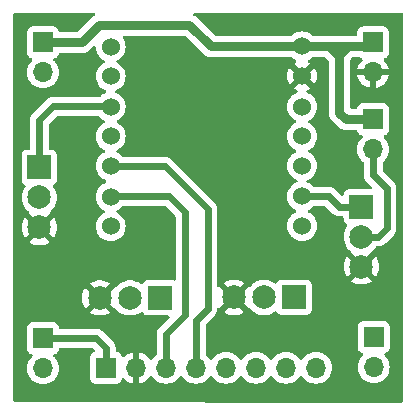
<source format=gbr>
%TF.GenerationSoftware,KiCad,Pcbnew,7.0.10-7.0.10~ubuntu22.04.1*%
%TF.CreationDate,2024-04-18T16:44:08+05:30*%
%TF.ProjectId,EspXiao-FC,45737058-6961-46f2-9d46-432e6b696361,rev?*%
%TF.SameCoordinates,Original*%
%TF.FileFunction,Copper,L1,Top*%
%TF.FilePolarity,Positive*%
%FSLAX46Y46*%
G04 Gerber Fmt 4.6, Leading zero omitted, Abs format (unit mm)*
G04 Created by KiCad (PCBNEW 7.0.10-7.0.10~ubuntu22.04.1) date 2024-04-18 16:44:08*
%MOMM*%
%LPD*%
G01*
G04 APERTURE LIST*
%TA.AperFunction,ComponentPad*%
%ADD10R,1.700000X1.700000*%
%TD*%
%TA.AperFunction,ComponentPad*%
%ADD11O,1.700000X1.700000*%
%TD*%
%TA.AperFunction,ComponentPad*%
%ADD12R,1.995000X1.995000*%
%TD*%
%TA.AperFunction,ComponentPad*%
%ADD13C,1.995000*%
%TD*%
%TA.AperFunction,ComponentPad*%
%ADD14C,1.524000*%
%TD*%
%TA.AperFunction,Conductor*%
%ADD15C,0.600000*%
%TD*%
%TA.AperFunction,Conductor*%
%ADD16C,0.800000*%
%TD*%
G04 APERTURE END LIST*
D10*
%TO.P,J3,1,Pin_1*%
%TO.N,VCC*%
X131750000Y-72610000D03*
D11*
%TO.P,J3,2,Pin_2*%
%TO.N,MotorB*%
X131750000Y-75150000D03*
%TD*%
D10*
%TO.P,J2,1,Pin_1*%
%TO.N,VCC*%
X159750000Y-97560000D03*
D11*
%TO.P,J2,2,Pin_2*%
%TO.N,MotorA*%
X159750000Y-100100000D03*
%TD*%
D12*
%TO.P,Q2,1*%
%TO.N,MOTOR_B_PWM*%
X153000000Y-94200000D03*
D13*
%TO.P,Q2,2*%
%TO.N,MotorB*%
X150460000Y-94200000D03*
%TO.P,Q2,3*%
%TO.N,GNDREF*%
X147920000Y-94200000D03*
%TD*%
D10*
%TO.P,J6,1,Pin_1*%
%TO.N,VCC*%
X159700000Y-72610000D03*
D11*
%TO.P,J6,2,Pin_2*%
%TO.N,GNDREF*%
X159700000Y-75150000D03*
%TD*%
D12*
%TO.P,Q3,1*%
%TO.N,MOTOR_C_PWM*%
X131450000Y-83200000D03*
D13*
%TO.P,Q3,2*%
%TO.N,MotorC*%
X131450000Y-85740000D03*
%TO.P,Q3,3*%
%TO.N,GNDREF*%
X131450000Y-88280000D03*
%TD*%
D10*
%TO.P,J4,1,Pin_1*%
%TO.N,VCC*%
X131750000Y-97660000D03*
D11*
%TO.P,J4,2,Pin_2*%
%TO.N,MotorC*%
X131750000Y-100200000D03*
%TD*%
D14*
%TO.P,U1,1,PA02_A0_D0*%
%TO.N,MOTOR_A_PWM*%
X137484000Y-72969250D03*
%TO.P,U1,2,PA4_A1_D1*%
%TO.N,unconnected-(U1-PA4_A1_D1-Pad2)*%
X137484000Y-75469250D03*
%TO.P,U1,3,PA10_A2_D2*%
%TO.N,MOTOR_C_PWM*%
X137484000Y-78069250D03*
%TO.P,U1,4,PA11_A3_D3*%
%TO.N,unconnected-(U1-PA11_A3_D3-Pad4)*%
X137484000Y-80569250D03*
%TO.P,U1,5,PA8_A4_D4_SDA*%
%TO.N,SDA*%
X137484000Y-83069250D03*
%TO.P,U1,6,PA9_A5_D5_SCL*%
%TO.N,SCL*%
X137484000Y-85669250D03*
%TO.P,U1,7,PB08_A6_TX*%
%TO.N,unconnected-(U1-PB08_A6_TX-Pad7)*%
X137484000Y-88169250D03*
%TO.P,U1,8,PB09_D7_RX*%
%TO.N,MOTOR_B_PWM*%
X153684000Y-88149250D03*
%TO.P,U1,9,PA7_A8_D8_SCK*%
%TO.N,MOTOR_D_PWM*%
X153684000Y-85649250D03*
%TO.P,U1,10,PA5_A9_D9_MISO*%
%TO.N,unconnected-(U1-PA5_A9_D9_MISO-Pad10)*%
X153684000Y-83049250D03*
%TO.P,U1,11,PA6_A10_D10_MOSI*%
%TO.N,unconnected-(U1-PA6_A10_D10_MOSI-Pad11)*%
X153684000Y-80549250D03*
%TO.P,U1,12,3V3*%
%TO.N,unconnected-(U1-3V3-Pad12)*%
X153684000Y-78049250D03*
%TO.P,U1,13,GND*%
%TO.N,GNDREF*%
X153684000Y-75449250D03*
%TO.P,U1,14,5V*%
%TO.N,VCC*%
X153684000Y-72949250D03*
%TD*%
D12*
%TO.P,Q4,1*%
%TO.N,MOTOR_D_PWM*%
X158700000Y-86520000D03*
D13*
%TO.P,Q4,2*%
%TO.N,MotorD*%
X158700000Y-89060000D03*
%TO.P,Q4,3*%
%TO.N,GNDREF*%
X158700000Y-91600000D03*
%TD*%
D10*
%TO.P,J5,1,Pin_1*%
%TO.N,VCC*%
X159700000Y-79125000D03*
D11*
%TO.P,J5,2,Pin_2*%
%TO.N,MotorD*%
X159700000Y-81665000D03*
%TD*%
D12*
%TO.P,Q1,1*%
%TO.N,MOTOR_A_PWM*%
X141652500Y-94230000D03*
D13*
%TO.P,Q1,2*%
%TO.N,MotorA*%
X139112500Y-94230000D03*
%TO.P,Q1,3*%
%TO.N,GNDREF*%
X136572500Y-94230000D03*
%TD*%
D10*
%TO.P,J1,1,Pin_1*%
%TO.N,VCC*%
X137090000Y-100150000D03*
D11*
%TO.P,J1,2,Pin_2*%
%TO.N,GNDREF*%
X139630000Y-100150000D03*
%TO.P,J1,3,Pin_3*%
%TO.N,SCL*%
X142170000Y-100150000D03*
%TO.P,J1,4,Pin_4*%
%TO.N,SDA*%
X144710000Y-100150000D03*
%TO.P,J1,5,Pin_5*%
%TO.N,unconnected-(J1-Pin_5-Pad5)*%
X147250000Y-100150000D03*
%TO.P,J1,6,Pin_6*%
%TO.N,unconnected-(J1-Pin_6-Pad6)*%
X149790000Y-100150000D03*
%TO.P,J1,7,Pin_7*%
%TO.N,unconnected-(J1-Pin_7-Pad7)*%
X152330000Y-100150000D03*
%TO.P,J1,8,Pin_8*%
%TO.N,unconnected-(J1-Pin_8-Pad8)*%
X154870000Y-100150000D03*
%TD*%
D15*
%TO.N,SCL*%
X143800000Y-87000000D02*
X142449250Y-85649250D01*
X142170000Y-100150000D02*
X142170000Y-97328630D01*
X142170000Y-97328630D02*
X143800000Y-95698630D01*
X142449250Y-85649250D02*
X137519000Y-85649250D01*
X143800000Y-95698630D02*
X143800000Y-87000000D01*
%TO.N,SDA*%
X144710000Y-100150000D02*
X144710000Y-96140000D01*
X145700000Y-95150000D02*
X145700000Y-86750000D01*
X144710000Y-96140000D02*
X145700000Y-95150000D01*
X142059250Y-83109250D02*
X137519000Y-83109250D01*
X145700000Y-86750000D02*
X142059250Y-83109250D01*
%TO.N,MOTOR_C_PWM*%
X131450000Y-79200000D02*
X131450000Y-83200000D01*
X137519000Y-78029250D02*
X132620750Y-78029250D01*
X132620750Y-78029250D02*
X131450000Y-79200000D01*
%TO.N,MOTOR_D_PWM*%
X156820000Y-86520000D02*
X155949250Y-85649250D01*
X155949250Y-85649250D02*
X153684000Y-85649250D01*
X158700000Y-86520000D02*
X156820000Y-86520000D01*
D16*
%TO.N,VCC*%
X159360750Y-72949250D02*
X159700000Y-72610000D01*
X153684000Y-72949250D02*
X156000000Y-72949250D01*
X157600000Y-72949250D02*
X159360750Y-72949250D01*
X156000000Y-72949250D02*
X156850000Y-72949250D01*
X156850000Y-73799250D02*
X156000000Y-72949250D01*
X145949250Y-72949250D02*
X144150000Y-71150000D01*
X156850000Y-73800000D02*
X156850000Y-73699250D01*
X156850000Y-72949250D02*
X157600000Y-72949250D01*
X135040000Y-72610000D02*
X131750000Y-72610000D01*
X144150000Y-71150000D02*
X136500000Y-71150000D01*
D15*
X137090000Y-98490000D02*
X136260000Y-97660000D01*
D16*
X156850000Y-78550000D02*
X157425000Y-79125000D01*
D15*
X136260000Y-97660000D02*
X131750000Y-97660000D01*
D16*
X156850000Y-72949250D02*
X156850000Y-73800000D01*
X153684000Y-72949250D02*
X145949250Y-72949250D01*
X156850000Y-73800000D02*
X156850000Y-78550000D01*
X157425000Y-79125000D02*
X159700000Y-79125000D01*
X136500000Y-71150000D02*
X135040000Y-72610000D01*
X156850000Y-73699250D02*
X157600000Y-72949250D01*
X156850000Y-73800000D02*
X156850000Y-73799250D01*
D15*
X137090000Y-100150000D02*
X137090000Y-98490000D01*
%TO.N,MotorD*%
X160850000Y-84950000D02*
X159700000Y-83800000D01*
X160140000Y-89060000D02*
X160850000Y-88350000D01*
X158700000Y-89060000D02*
X160140000Y-89060000D01*
X159700000Y-83800000D02*
X159700000Y-81665000D01*
X160850000Y-88350000D02*
X160850000Y-84950000D01*
%TD*%
%TA.AperFunction,Conductor*%
%TO.N,GNDREF*%
G36*
X136121052Y-70120185D02*
G01*
X136166807Y-70172989D01*
X136176751Y-70242147D01*
X136147726Y-70305703D01*
X136116014Y-70331886D01*
X136079986Y-70352686D01*
X136072995Y-70356723D01*
X136067295Y-70359817D01*
X136006850Y-70390617D01*
X135995951Y-70399442D01*
X135979931Y-70410452D01*
X135967787Y-70417464D01*
X135967783Y-70417467D01*
X135917395Y-70462836D01*
X135912466Y-70467046D01*
X135896621Y-70479878D01*
X135882203Y-70494296D01*
X135877497Y-70498761D01*
X135827113Y-70544127D01*
X135827109Y-70544131D01*
X135818874Y-70555467D01*
X135806237Y-70570261D01*
X134974046Y-71402455D01*
X134703320Y-71673181D01*
X134641997Y-71706666D01*
X134615639Y-71709500D01*
X133201440Y-71709500D01*
X133134401Y-71689815D01*
X133088646Y-71637011D01*
X133085258Y-71628833D01*
X133043797Y-71517671D01*
X133043793Y-71517664D01*
X132957547Y-71402455D01*
X132957544Y-71402452D01*
X132842335Y-71316206D01*
X132842328Y-71316202D01*
X132707482Y-71265908D01*
X132707483Y-71265908D01*
X132647883Y-71259501D01*
X132647881Y-71259500D01*
X132647873Y-71259500D01*
X132647864Y-71259500D01*
X130852129Y-71259500D01*
X130852123Y-71259501D01*
X130792516Y-71265908D01*
X130657671Y-71316202D01*
X130657664Y-71316206D01*
X130542455Y-71402452D01*
X130542452Y-71402455D01*
X130456206Y-71517664D01*
X130456202Y-71517671D01*
X130405908Y-71652517D01*
X130400677Y-71701179D01*
X130399501Y-71712123D01*
X130399500Y-71712135D01*
X130399501Y-73507861D01*
X130399501Y-73507876D01*
X130405908Y-73567483D01*
X130456202Y-73702328D01*
X130456206Y-73702335D01*
X130542452Y-73817544D01*
X130542455Y-73817547D01*
X130657664Y-73903793D01*
X130657671Y-73903797D01*
X130789081Y-73952810D01*
X130845015Y-73994681D01*
X130869432Y-74060145D01*
X130854580Y-74128418D01*
X130833430Y-74156673D01*
X130711503Y-74278600D01*
X130575965Y-74472169D01*
X130575964Y-74472171D01*
X130476098Y-74686335D01*
X130476094Y-74686344D01*
X130414938Y-74914586D01*
X130414936Y-74914596D01*
X130394341Y-75149999D01*
X130394341Y-75150000D01*
X130414936Y-75385403D01*
X130414938Y-75385413D01*
X130476094Y-75613655D01*
X130476096Y-75613659D01*
X130476097Y-75613663D01*
X130511373Y-75689312D01*
X130575965Y-75827830D01*
X130575967Y-75827834D01*
X130628390Y-75902701D01*
X130711505Y-76021401D01*
X130878599Y-76188495D01*
X130975384Y-76256265D01*
X131072165Y-76324032D01*
X131072167Y-76324033D01*
X131072170Y-76324035D01*
X131286337Y-76423903D01*
X131514592Y-76485063D01*
X131696634Y-76500990D01*
X131749999Y-76505659D01*
X131750000Y-76505659D01*
X131750001Y-76505659D01*
X131803354Y-76500991D01*
X131985408Y-76485063D01*
X132213663Y-76423903D01*
X132427830Y-76324035D01*
X132621401Y-76188495D01*
X132788495Y-76021401D01*
X132924035Y-75827830D01*
X133023903Y-75613663D01*
X133085063Y-75385408D01*
X133105659Y-75150000D01*
X133085063Y-74914592D01*
X133023903Y-74686337D01*
X132924035Y-74472171D01*
X132871756Y-74397509D01*
X132788496Y-74278600D01*
X132728163Y-74218267D01*
X132666567Y-74156671D01*
X132633084Y-74095351D01*
X132638068Y-74025659D01*
X132679939Y-73969725D01*
X132710915Y-73952810D01*
X132842331Y-73903796D01*
X132957546Y-73817546D01*
X133043796Y-73702331D01*
X133069195Y-73634234D01*
X133085258Y-73591167D01*
X133127129Y-73535233D01*
X133192593Y-73510816D01*
X133201440Y-73510500D01*
X134959373Y-73510500D01*
X134978772Y-73512027D01*
X134992612Y-73514219D01*
X135060337Y-73510670D01*
X135066826Y-73510500D01*
X135087191Y-73510500D01*
X135087192Y-73510500D01*
X135098393Y-73509322D01*
X135107448Y-73508371D01*
X135113906Y-73507862D01*
X135181646Y-73504313D01*
X135195187Y-73500683D01*
X135214313Y-73497138D01*
X135228256Y-73495674D01*
X135292786Y-73474706D01*
X135298951Y-73472880D01*
X135364488Y-73455320D01*
X135376976Y-73448956D01*
X135394950Y-73441510D01*
X135408284Y-73437179D01*
X135467051Y-73403248D01*
X135472693Y-73400185D01*
X135533149Y-73369383D01*
X135544031Y-73360569D01*
X135560083Y-73349537D01*
X135572216Y-73342533D01*
X135622654Y-73297117D01*
X135627540Y-73292945D01*
X135643380Y-73280119D01*
X135657801Y-73265696D01*
X135662472Y-73261264D01*
X135712888Y-73215871D01*
X135721130Y-73204525D01*
X135733760Y-73189737D01*
X136007534Y-72915964D01*
X136068854Y-72882481D01*
X136138546Y-72887465D01*
X136194479Y-72929337D01*
X136218740Y-72992839D01*
X136235929Y-73189313D01*
X136235930Y-73189320D01*
X136293104Y-73402695D01*
X136293105Y-73402697D01*
X136293106Y-73402700D01*
X136345108Y-73514219D01*
X136386466Y-73602912D01*
X136386468Y-73602916D01*
X136513170Y-73783865D01*
X136513175Y-73783871D01*
X136669378Y-73940074D01*
X136669384Y-73940079D01*
X136850333Y-74066781D01*
X136850335Y-74066782D01*
X136850338Y-74066784D01*
X136912010Y-74095542D01*
X136936299Y-74106868D01*
X136988738Y-74153040D01*
X137007890Y-74220234D01*
X136987674Y-74287115D01*
X136936299Y-74331632D01*
X136850340Y-74371715D01*
X136850338Y-74371716D01*
X136669377Y-74498425D01*
X136513175Y-74654627D01*
X136386466Y-74835588D01*
X136386465Y-74835590D01*
X136293107Y-75035798D01*
X136293104Y-75035804D01*
X136235930Y-75249179D01*
X136235929Y-75249187D01*
X136216677Y-75469247D01*
X136216677Y-75469252D01*
X136235929Y-75689312D01*
X136235930Y-75689320D01*
X136293104Y-75902695D01*
X136293105Y-75902697D01*
X136293106Y-75902700D01*
X136377020Y-76082655D01*
X136386466Y-76102912D01*
X136386468Y-76102916D01*
X136513170Y-76283865D01*
X136513175Y-76283871D01*
X136669378Y-76440074D01*
X136669384Y-76440079D01*
X136850333Y-76566781D01*
X136850335Y-76566782D01*
X136850338Y-76566784D01*
X136979594Y-76627057D01*
X137043524Y-76656868D01*
X137095963Y-76703040D01*
X137115115Y-76770234D01*
X137094899Y-76837115D01*
X137043524Y-76881632D01*
X136850340Y-76971715D01*
X136850338Y-76971716D01*
X136669381Y-77098422D01*
X136622377Y-77145426D01*
X136575371Y-77192432D01*
X136514051Y-77225916D01*
X136487692Y-77228750D01*
X132710945Y-77228750D01*
X132530556Y-77228750D01*
X132523084Y-77230455D01*
X132493228Y-77237268D01*
X132479531Y-77239595D01*
X132441493Y-77243882D01*
X132405371Y-77256521D01*
X132392019Y-77260368D01*
X132354685Y-77268891D01*
X132320190Y-77285501D01*
X132307355Y-77290818D01*
X132271230Y-77303460D01*
X132271226Y-77303462D01*
X132238817Y-77323825D01*
X132226653Y-77330547D01*
X132192167Y-77347155D01*
X132162232Y-77371027D01*
X132150895Y-77379070D01*
X132118491Y-77399431D01*
X132118489Y-77399432D01*
X130820186Y-78697735D01*
X130820183Y-78697739D01*
X130799816Y-78730152D01*
X130791772Y-78741488D01*
X130767910Y-78771410D01*
X130751300Y-78805900D01*
X130744577Y-78818064D01*
X130724212Y-78850476D01*
X130724208Y-78850483D01*
X130711565Y-78886613D01*
X130706247Y-78899452D01*
X130689639Y-78933939D01*
X130681118Y-78971269D01*
X130677271Y-78984622D01*
X130664632Y-79020743D01*
X130660345Y-79058781D01*
X130658018Y-79072478D01*
X130649500Y-79109807D01*
X130649500Y-81578000D01*
X130629815Y-81645039D01*
X130577011Y-81690794D01*
X130525501Y-81702000D01*
X130404630Y-81702000D01*
X130404623Y-81702001D01*
X130345016Y-81708408D01*
X130210171Y-81758702D01*
X130210164Y-81758706D01*
X130094955Y-81844952D01*
X130094952Y-81844955D01*
X130008706Y-81960164D01*
X130008702Y-81960171D01*
X129958408Y-82095017D01*
X129954791Y-82128664D01*
X129952001Y-82154623D01*
X129952000Y-82154635D01*
X129952000Y-84245370D01*
X129952001Y-84245376D01*
X129958408Y-84304983D01*
X130008702Y-84439828D01*
X130008706Y-84439835D01*
X130094952Y-84555044D01*
X130094955Y-84555047D01*
X130210169Y-84641297D01*
X130216423Y-84644712D01*
X130265828Y-84694117D01*
X130280679Y-84762391D01*
X130260804Y-84821364D01*
X130128032Y-85024587D01*
X130028309Y-85251934D01*
X129967366Y-85492595D01*
X129946866Y-85739994D01*
X129946866Y-85740005D01*
X129967366Y-85987404D01*
X130028309Y-86228065D01*
X130128033Y-86455414D01*
X130261570Y-86659806D01*
X130263816Y-86663244D01*
X130431955Y-86845892D01*
X130528686Y-86921180D01*
X130535737Y-86926668D01*
X130576550Y-86983378D01*
X130583337Y-87032205D01*
X130581725Y-87058171D01*
X131190682Y-87667128D01*
X131138689Y-87686847D01*
X131005785Y-87778585D01*
X130898696Y-87899463D01*
X130835782Y-88019336D01*
X130228369Y-87411923D01*
X130128474Y-87564826D01*
X130028784Y-87792095D01*
X129967862Y-88032671D01*
X129967860Y-88032683D01*
X129947368Y-88279994D01*
X129947368Y-88280005D01*
X129967860Y-88527316D01*
X129967862Y-88527328D01*
X130028784Y-88767904D01*
X130128474Y-88995173D01*
X130228369Y-89148074D01*
X130835781Y-88540663D01*
X130898696Y-88660537D01*
X131005785Y-88781415D01*
X131138689Y-88873153D01*
X131190681Y-88892871D01*
X130581725Y-89501827D01*
X130628140Y-89537954D01*
X130628143Y-89537956D01*
X130846393Y-89656066D01*
X130846407Y-89656072D01*
X131081123Y-89736651D01*
X131325915Y-89777500D01*
X131574085Y-89777500D01*
X131818876Y-89736651D01*
X132053592Y-89656072D01*
X132053606Y-89656066D01*
X132271858Y-89537955D01*
X132271864Y-89537950D01*
X132318273Y-89501828D01*
X132318274Y-89501826D01*
X131709318Y-88892870D01*
X131761311Y-88873153D01*
X131894215Y-88781415D01*
X132001304Y-88660537D01*
X132064217Y-88540664D01*
X132671628Y-89148075D01*
X132771524Y-88995175D01*
X132871215Y-88767904D01*
X132932137Y-88527328D01*
X132932139Y-88527316D01*
X132952632Y-88280005D01*
X132952632Y-88279994D01*
X132932139Y-88032683D01*
X132932137Y-88032671D01*
X132871215Y-87792095D01*
X132771526Y-87564829D01*
X132671628Y-87411923D01*
X132064217Y-88019334D01*
X132001304Y-87899463D01*
X131894215Y-87778585D01*
X131761311Y-87686847D01*
X131709317Y-87667128D01*
X132318273Y-87058171D01*
X132316661Y-87032208D01*
X132332154Y-86964077D01*
X132364259Y-86926671D01*
X132468045Y-86845892D01*
X132636184Y-86663244D01*
X132771967Y-86455413D01*
X132871690Y-86228067D01*
X132932633Y-85987408D01*
X132953134Y-85740000D01*
X132951435Y-85719500D01*
X132932633Y-85492595D01*
X132932633Y-85492592D01*
X132871690Y-85251933D01*
X132771967Y-85024587D01*
X132639194Y-84821364D01*
X132619008Y-84754475D01*
X132638188Y-84687289D01*
X132683579Y-84644710D01*
X132689825Y-84641297D01*
X132689831Y-84641296D01*
X132805046Y-84555046D01*
X132891296Y-84439831D01*
X132941591Y-84304983D01*
X132948000Y-84245373D01*
X132947999Y-82154628D01*
X132941591Y-82095017D01*
X132935402Y-82078424D01*
X132891297Y-81960171D01*
X132891293Y-81960164D01*
X132805047Y-81844955D01*
X132805044Y-81844952D01*
X132689835Y-81758706D01*
X132689828Y-81758702D01*
X132554982Y-81708408D01*
X132554983Y-81708408D01*
X132495383Y-81702001D01*
X132495381Y-81702000D01*
X132495373Y-81702000D01*
X132495365Y-81702000D01*
X132374500Y-81702000D01*
X132307461Y-81682315D01*
X132261706Y-81629511D01*
X132250500Y-81578000D01*
X132250500Y-79582940D01*
X132270185Y-79515901D01*
X132286819Y-79495259D01*
X132916009Y-78866069D01*
X132977332Y-78832584D01*
X133003690Y-78829750D01*
X136410728Y-78829750D01*
X136477767Y-78849435D01*
X136509475Y-78879908D01*
X136509695Y-78879725D01*
X136511404Y-78881762D01*
X136512301Y-78882624D01*
X136513172Y-78883868D01*
X136513173Y-78883869D01*
X136513174Y-78883870D01*
X136669380Y-79040076D01*
X136669383Y-79040078D01*
X136669384Y-79040079D01*
X136850333Y-79166781D01*
X136850335Y-79166782D01*
X136850338Y-79166784D01*
X136936299Y-79206868D01*
X136988738Y-79253040D01*
X137007890Y-79320234D01*
X136987674Y-79387115D01*
X136936299Y-79431632D01*
X136850340Y-79471715D01*
X136850338Y-79471716D01*
X136669377Y-79598425D01*
X136513175Y-79754627D01*
X136386466Y-79935588D01*
X136386465Y-79935590D01*
X136293107Y-80135798D01*
X136293104Y-80135804D01*
X136235930Y-80349179D01*
X136235929Y-80349187D01*
X136216677Y-80569247D01*
X136216677Y-80569252D01*
X136235929Y-80789312D01*
X136235930Y-80789320D01*
X136293104Y-81002695D01*
X136293105Y-81002697D01*
X136293106Y-81002700D01*
X136377140Y-81182912D01*
X136386466Y-81202912D01*
X136386468Y-81202916D01*
X136513170Y-81383865D01*
X136513175Y-81383871D01*
X136669378Y-81540074D01*
X136669384Y-81540079D01*
X136850333Y-81666781D01*
X136850335Y-81666782D01*
X136850338Y-81666784D01*
X136936299Y-81706868D01*
X136988738Y-81753040D01*
X137007890Y-81820234D01*
X136987674Y-81887115D01*
X136936299Y-81931632D01*
X136850340Y-81971715D01*
X136850338Y-81971716D01*
X136669377Y-82098425D01*
X136513175Y-82254627D01*
X136386466Y-82435588D01*
X136386465Y-82435590D01*
X136293107Y-82635798D01*
X136293104Y-82635804D01*
X136235930Y-82849179D01*
X136235929Y-82849187D01*
X136216677Y-83069247D01*
X136216677Y-83069252D01*
X136235929Y-83289312D01*
X136235930Y-83289320D01*
X136293104Y-83502695D01*
X136293105Y-83502697D01*
X136293106Y-83502700D01*
X136294058Y-83504741D01*
X136386466Y-83702912D01*
X136386468Y-83702916D01*
X136513170Y-83883865D01*
X136513175Y-83883871D01*
X136669378Y-84040074D01*
X136669384Y-84040079D01*
X136850333Y-84166781D01*
X136850335Y-84166782D01*
X136850338Y-84166784D01*
X136908903Y-84194093D01*
X137043524Y-84256868D01*
X137095963Y-84303040D01*
X137115115Y-84370234D01*
X137094899Y-84437115D01*
X137043524Y-84481632D01*
X136850340Y-84571715D01*
X136850338Y-84571716D01*
X136669377Y-84698425D01*
X136513175Y-84854627D01*
X136386466Y-85035588D01*
X136386465Y-85035590D01*
X136293107Y-85235798D01*
X136293104Y-85235804D01*
X136235930Y-85449179D01*
X136235929Y-85449187D01*
X136216677Y-85669247D01*
X136216677Y-85669252D01*
X136235929Y-85889312D01*
X136235930Y-85889320D01*
X136293104Y-86102695D01*
X136293105Y-86102697D01*
X136293106Y-86102700D01*
X136360737Y-86247735D01*
X136386466Y-86302912D01*
X136386468Y-86302916D01*
X136513170Y-86483865D01*
X136513175Y-86483871D01*
X136669378Y-86640074D01*
X136669384Y-86640079D01*
X136850333Y-86766781D01*
X136850335Y-86766782D01*
X136850338Y-86766784D01*
X136936299Y-86806868D01*
X136988738Y-86853040D01*
X137007890Y-86920234D01*
X136987674Y-86987115D01*
X136936299Y-87031632D01*
X136850340Y-87071715D01*
X136850338Y-87071716D01*
X136669377Y-87198425D01*
X136513175Y-87354627D01*
X136386466Y-87535588D01*
X136386465Y-87535590D01*
X136293107Y-87735798D01*
X136293104Y-87735804D01*
X136235930Y-87949179D01*
X136235929Y-87949187D01*
X136216677Y-88169247D01*
X136216677Y-88169252D01*
X136235929Y-88389312D01*
X136235930Y-88389320D01*
X136293104Y-88602695D01*
X136293105Y-88602697D01*
X136293106Y-88602700D01*
X136356116Y-88737825D01*
X136386466Y-88802912D01*
X136386468Y-88802916D01*
X136513170Y-88983865D01*
X136513175Y-88983871D01*
X136669378Y-89140074D01*
X136669384Y-89140079D01*
X136850333Y-89266781D01*
X136850335Y-89266782D01*
X136850338Y-89266784D01*
X137050550Y-89360144D01*
X137263932Y-89417320D01*
X137421123Y-89431072D01*
X137483998Y-89436573D01*
X137484000Y-89436573D01*
X137484002Y-89436573D01*
X137539017Y-89431759D01*
X137704068Y-89417320D01*
X137917450Y-89360144D01*
X138117662Y-89266784D01*
X138298620Y-89140076D01*
X138454826Y-88983870D01*
X138581534Y-88802912D01*
X138674894Y-88602700D01*
X138732070Y-88389318D01*
X138751323Y-88169250D01*
X138750860Y-88163962D01*
X138739374Y-88032671D01*
X138732070Y-87949182D01*
X138674894Y-87735800D01*
X138581534Y-87535589D01*
X138454826Y-87354630D01*
X138298620Y-87198424D01*
X138298616Y-87198421D01*
X138298615Y-87198420D01*
X138117666Y-87071718D01*
X138117658Y-87071714D01*
X138069472Y-87049244D01*
X138031700Y-87031631D01*
X137979261Y-86985460D01*
X137960109Y-86918267D01*
X137980324Y-86851386D01*
X138031701Y-86806868D01*
X138117662Y-86766784D01*
X138298620Y-86640076D01*
X138452628Y-86486068D01*
X138513951Y-86452584D01*
X138540309Y-86449750D01*
X142066310Y-86449750D01*
X142133349Y-86469435D01*
X142153991Y-86486069D01*
X142963181Y-87295259D01*
X142996666Y-87356582D01*
X142999500Y-87382940D01*
X142999500Y-92650081D01*
X142979815Y-92717120D01*
X142927011Y-92762875D01*
X142857853Y-92772819D01*
X142832168Y-92766263D01*
X142757485Y-92738409D01*
X142757483Y-92738408D01*
X142697883Y-92732001D01*
X142697881Y-92732000D01*
X142697873Y-92732000D01*
X142697864Y-92732000D01*
X140607129Y-92732000D01*
X140607123Y-92732001D01*
X140547516Y-92738408D01*
X140412671Y-92788702D01*
X140412664Y-92788706D01*
X140297455Y-92874952D01*
X140297452Y-92874955D01*
X140211206Y-92990164D01*
X140206953Y-92997954D01*
X140204285Y-92996497D01*
X140171480Y-93040299D01*
X140106010Y-93064701D01*
X140037740Y-93049834D01*
X140021030Y-93038869D01*
X139940339Y-92976066D01*
X139934636Y-92971627D01*
X139756001Y-92874954D01*
X139716303Y-92853470D01*
X139716297Y-92853468D01*
X139481500Y-92772862D01*
X139301720Y-92742862D01*
X139236628Y-92732000D01*
X138988372Y-92732000D01*
X138927154Y-92742215D01*
X138743499Y-92772862D01*
X138508702Y-92853468D01*
X138508696Y-92853470D01*
X138290362Y-92971628D01*
X138094457Y-93124106D01*
X137926317Y-93306754D01*
X137926310Y-93306763D01*
X137925534Y-93307952D01*
X137925092Y-93308328D01*
X137923170Y-93310799D01*
X137922661Y-93310403D01*
X137872384Y-93353304D01*
X137808941Y-93363460D01*
X137794128Y-93361923D01*
X137186717Y-93969334D01*
X137123804Y-93849463D01*
X137016715Y-93728585D01*
X136883811Y-93636847D01*
X136831817Y-93617128D01*
X137440773Y-93008171D01*
X137394358Y-92972044D01*
X137394356Y-92972043D01*
X137176106Y-92853933D01*
X137176092Y-92853927D01*
X136941376Y-92773348D01*
X136696585Y-92732500D01*
X136448415Y-92732500D01*
X136203623Y-92773348D01*
X135968907Y-92853927D01*
X135968893Y-92853933D01*
X135750642Y-92972044D01*
X135704225Y-93008171D01*
X136313182Y-93617128D01*
X136261189Y-93636847D01*
X136128285Y-93728585D01*
X136021196Y-93849463D01*
X135958282Y-93969336D01*
X135350869Y-93361923D01*
X135250974Y-93514826D01*
X135151284Y-93742095D01*
X135090362Y-93982671D01*
X135090360Y-93982683D01*
X135069868Y-94229994D01*
X135069868Y-94230005D01*
X135090360Y-94477316D01*
X135090362Y-94477328D01*
X135151284Y-94717904D01*
X135250974Y-94945173D01*
X135350869Y-95098074D01*
X135958281Y-94490663D01*
X136021196Y-94610537D01*
X136128285Y-94731415D01*
X136261189Y-94823153D01*
X136313181Y-94842871D01*
X135704225Y-95451827D01*
X135750640Y-95487954D01*
X135750643Y-95487956D01*
X135968893Y-95606066D01*
X135968907Y-95606072D01*
X136203623Y-95686651D01*
X136448415Y-95727500D01*
X136696585Y-95727500D01*
X136941376Y-95686651D01*
X137176092Y-95606072D01*
X137176106Y-95606066D01*
X137394358Y-95487955D01*
X137394364Y-95487950D01*
X137440773Y-95451828D01*
X137440774Y-95451826D01*
X136831818Y-94842870D01*
X136883811Y-94823153D01*
X137016715Y-94731415D01*
X137123804Y-94610537D01*
X137186717Y-94490664D01*
X137794127Y-95098074D01*
X137808937Y-95096539D01*
X137877650Y-95109202D01*
X137922724Y-95149535D01*
X137923163Y-95149194D01*
X137925044Y-95151610D01*
X137925535Y-95152050D01*
X137926312Y-95153239D01*
X137926314Y-95153241D01*
X137926316Y-95153244D01*
X138094455Y-95335892D01*
X138290364Y-95488373D01*
X138453263Y-95576530D01*
X138507840Y-95606066D01*
X138508698Y-95606530D01*
X138743502Y-95687138D01*
X138988372Y-95728000D01*
X138988373Y-95728000D01*
X139236627Y-95728000D01*
X139236628Y-95728000D01*
X139481498Y-95687138D01*
X139716302Y-95606530D01*
X139934636Y-95488373D01*
X139935173Y-95487955D01*
X140021030Y-95421131D01*
X140086024Y-95395488D01*
X140154564Y-95409055D01*
X140204888Y-95457523D01*
X140207322Y-95462722D01*
X140211206Y-95469835D01*
X140297452Y-95585044D01*
X140297455Y-95585047D01*
X140412664Y-95671293D01*
X140412671Y-95671297D01*
X140547517Y-95721591D01*
X140547516Y-95721591D01*
X140554444Y-95722335D01*
X140607127Y-95728000D01*
X142339190Y-95727999D01*
X142406229Y-95747684D01*
X142451984Y-95800487D01*
X142461928Y-95869646D01*
X142432903Y-95933202D01*
X142426871Y-95939680D01*
X141667738Y-96698814D01*
X141540186Y-96826365D01*
X141540183Y-96826369D01*
X141519816Y-96858782D01*
X141511772Y-96870118D01*
X141487910Y-96900040D01*
X141471300Y-96934530D01*
X141464577Y-96946694D01*
X141444212Y-96979106D01*
X141444208Y-96979113D01*
X141431565Y-97015243D01*
X141426247Y-97028082D01*
X141409639Y-97062569D01*
X141401118Y-97099899D01*
X141397271Y-97113252D01*
X141384632Y-97149373D01*
X141380345Y-97187411D01*
X141378018Y-97201108D01*
X141369500Y-97238437D01*
X141369500Y-98997309D01*
X141349815Y-99064348D01*
X141316625Y-99098883D01*
X141298601Y-99111503D01*
X141298595Y-99111508D01*
X141131508Y-99278594D01*
X141001269Y-99464595D01*
X140946692Y-99508219D01*
X140877193Y-99515412D01*
X140814839Y-99483890D01*
X140798119Y-99464594D01*
X140668113Y-99278926D01*
X140668108Y-99278920D01*
X140501082Y-99111894D01*
X140307578Y-98976399D01*
X140093492Y-98876570D01*
X140093486Y-98876567D01*
X139880000Y-98819364D01*
X139880000Y-99714498D01*
X139772315Y-99665320D01*
X139665763Y-99650000D01*
X139594237Y-99650000D01*
X139487685Y-99665320D01*
X139380000Y-99714498D01*
X139380000Y-98819364D01*
X139379999Y-98819364D01*
X139166513Y-98876567D01*
X139166507Y-98876570D01*
X138952422Y-98976399D01*
X138952420Y-98976400D01*
X138758926Y-99111886D01*
X138636865Y-99233947D01*
X138575542Y-99267431D01*
X138505850Y-99262447D01*
X138449917Y-99220575D01*
X138433002Y-99189598D01*
X138383797Y-99057671D01*
X138383793Y-99057664D01*
X138297547Y-98942455D01*
X138297544Y-98942452D01*
X138182335Y-98856206D01*
X138182328Y-98856202D01*
X138047483Y-98805908D01*
X138001243Y-98800937D01*
X137936693Y-98774199D01*
X137896845Y-98716806D01*
X137890500Y-98677648D01*
X137890500Y-98399807D01*
X137890500Y-98399806D01*
X137881980Y-98362479D01*
X137879654Y-98348790D01*
X137875368Y-98310745D01*
X137862725Y-98274612D01*
X137858876Y-98261249D01*
X137850361Y-98223941D01*
X137833753Y-98189455D01*
X137828431Y-98176606D01*
X137824546Y-98165506D01*
X137815789Y-98140478D01*
X137795424Y-98108067D01*
X137788696Y-98095894D01*
X137772091Y-98061412D01*
X137772090Y-98061411D01*
X137748225Y-98031486D01*
X137740186Y-98020157D01*
X137719816Y-97987738D01*
X137592262Y-97860184D01*
X136794252Y-97062174D01*
X136762262Y-97030184D01*
X136758917Y-97028082D01*
X136729849Y-97009817D01*
X136718510Y-97001771D01*
X136688589Y-96977910D01*
X136654093Y-96961296D01*
X136641927Y-96954572D01*
X136609524Y-96934212D01*
X136609525Y-96934212D01*
X136602652Y-96931807D01*
X136573393Y-96921568D01*
X136560554Y-96916250D01*
X136526061Y-96899639D01*
X136488735Y-96891119D01*
X136475380Y-96887271D01*
X136439260Y-96874633D01*
X136439256Y-96874632D01*
X136439255Y-96874632D01*
X136421139Y-96872590D01*
X136401217Y-96870345D01*
X136387518Y-96868017D01*
X136350200Y-96859501D01*
X136350196Y-96859500D01*
X136350194Y-96859500D01*
X136350191Y-96859500D01*
X133222351Y-96859500D01*
X133155312Y-96839815D01*
X133109557Y-96787011D01*
X133099061Y-96748752D01*
X133094091Y-96702516D01*
X133043797Y-96567671D01*
X133043793Y-96567664D01*
X132957547Y-96452455D01*
X132957544Y-96452452D01*
X132842335Y-96366206D01*
X132842328Y-96366202D01*
X132707482Y-96315908D01*
X132707483Y-96315908D01*
X132647883Y-96309501D01*
X132647881Y-96309500D01*
X132647873Y-96309500D01*
X132647864Y-96309500D01*
X130852129Y-96309500D01*
X130852123Y-96309501D01*
X130792516Y-96315908D01*
X130657671Y-96366202D01*
X130657664Y-96366206D01*
X130542455Y-96452452D01*
X130542452Y-96452455D01*
X130456206Y-96567664D01*
X130456202Y-96567671D01*
X130405908Y-96702517D01*
X130399501Y-96762116D01*
X130399500Y-96762135D01*
X130399500Y-98557870D01*
X130399501Y-98557876D01*
X130405908Y-98617483D01*
X130456202Y-98752328D01*
X130456206Y-98752335D01*
X130542452Y-98867544D01*
X130542455Y-98867547D01*
X130657664Y-98953793D01*
X130657671Y-98953797D01*
X130789081Y-99002810D01*
X130845015Y-99044681D01*
X130869432Y-99110145D01*
X130854580Y-99178418D01*
X130833430Y-99206673D01*
X130711503Y-99328600D01*
X130575965Y-99522169D01*
X130575964Y-99522171D01*
X130476098Y-99736335D01*
X130476094Y-99736344D01*
X130414938Y-99964586D01*
X130414936Y-99964596D01*
X130394341Y-100199999D01*
X130394341Y-100200000D01*
X130414936Y-100435403D01*
X130414938Y-100435413D01*
X130476094Y-100663655D01*
X130476096Y-100663659D01*
X130476097Y-100663663D01*
X130556182Y-100835405D01*
X130575965Y-100877830D01*
X130575967Y-100877834D01*
X130641480Y-100971395D01*
X130711505Y-101071401D01*
X130878599Y-101238495D01*
X130975384Y-101306265D01*
X131072165Y-101374032D01*
X131072167Y-101374033D01*
X131072170Y-101374035D01*
X131286337Y-101473903D01*
X131286343Y-101473904D01*
X131286344Y-101473905D01*
X131327980Y-101485061D01*
X131514592Y-101535063D01*
X131702918Y-101551539D01*
X131749999Y-101555659D01*
X131750000Y-101555659D01*
X131750001Y-101555659D01*
X131789234Y-101552226D01*
X131985408Y-101535063D01*
X132213663Y-101473903D01*
X132427830Y-101374035D01*
X132621401Y-101238495D01*
X132788495Y-101071401D01*
X132924035Y-100877830D01*
X133023903Y-100663663D01*
X133085063Y-100435408D01*
X133105659Y-100200000D01*
X133085063Y-99964592D01*
X133023903Y-99736337D01*
X132924035Y-99522171D01*
X132919302Y-99515412D01*
X132788496Y-99328600D01*
X132738490Y-99278594D01*
X132666567Y-99206671D01*
X132633084Y-99145351D01*
X132638068Y-99075659D01*
X132679939Y-99019725D01*
X132710915Y-99002810D01*
X132842331Y-98953796D01*
X132957546Y-98867546D01*
X133043796Y-98752331D01*
X133094091Y-98617483D01*
X133099062Y-98571242D01*
X133125799Y-98506694D01*
X133183191Y-98466846D01*
X133222351Y-98460500D01*
X135877060Y-98460500D01*
X135944099Y-98480185D01*
X135964741Y-98496819D01*
X136099006Y-98631084D01*
X136132491Y-98692407D01*
X136127507Y-98762099D01*
X136085635Y-98818032D01*
X136054660Y-98834946D01*
X135997673Y-98856201D01*
X135997664Y-98856206D01*
X135882455Y-98942452D01*
X135882452Y-98942455D01*
X135796206Y-99057664D01*
X135796202Y-99057671D01*
X135745908Y-99192517D01*
X135739501Y-99252116D01*
X135739500Y-99252135D01*
X135739500Y-101047870D01*
X135739501Y-101047876D01*
X135745908Y-101107483D01*
X135796202Y-101242328D01*
X135796206Y-101242335D01*
X135882452Y-101357544D01*
X135882455Y-101357547D01*
X135997664Y-101443793D01*
X135997671Y-101443797D01*
X136132517Y-101494091D01*
X136132516Y-101494091D01*
X136139444Y-101494835D01*
X136192127Y-101500500D01*
X137987872Y-101500499D01*
X138047483Y-101494091D01*
X138182331Y-101443796D01*
X138297546Y-101357546D01*
X138383796Y-101242331D01*
X138383797Y-101242327D01*
X138383800Y-101242323D01*
X138433002Y-101110402D01*
X138474872Y-101054468D01*
X138540337Y-101030050D01*
X138608610Y-101044901D01*
X138636865Y-101066053D01*
X138758917Y-101188105D01*
X138952421Y-101323600D01*
X139166507Y-101423429D01*
X139166516Y-101423433D01*
X139380000Y-101480634D01*
X139380000Y-100585501D01*
X139487685Y-100634680D01*
X139594237Y-100650000D01*
X139665763Y-100650000D01*
X139772315Y-100634680D01*
X139880000Y-100585501D01*
X139880000Y-101480633D01*
X140093483Y-101423433D01*
X140093492Y-101423429D01*
X140307578Y-101323600D01*
X140501082Y-101188105D01*
X140668105Y-101021082D01*
X140798119Y-100835405D01*
X140852696Y-100791781D01*
X140922195Y-100784588D01*
X140984549Y-100816110D01*
X141001269Y-100835405D01*
X141131505Y-101021401D01*
X141298599Y-101188495D01*
X141395384Y-101256265D01*
X141492165Y-101324032D01*
X141492167Y-101324033D01*
X141492170Y-101324035D01*
X141706337Y-101423903D01*
X141934592Y-101485063D01*
X142111034Y-101500500D01*
X142169999Y-101505659D01*
X142170000Y-101505659D01*
X142170001Y-101505659D01*
X142228966Y-101500500D01*
X142405408Y-101485063D01*
X142633663Y-101423903D01*
X142847830Y-101324035D01*
X143041401Y-101188495D01*
X143208495Y-101021401D01*
X143338425Y-100835842D01*
X143393002Y-100792217D01*
X143462500Y-100785023D01*
X143524855Y-100816546D01*
X143541575Y-100835842D01*
X143671500Y-101021395D01*
X143671505Y-101021401D01*
X143838599Y-101188495D01*
X143935384Y-101256265D01*
X144032165Y-101324032D01*
X144032167Y-101324033D01*
X144032170Y-101324035D01*
X144246337Y-101423903D01*
X144474592Y-101485063D01*
X144651034Y-101500500D01*
X144709999Y-101505659D01*
X144710000Y-101505659D01*
X144710001Y-101505659D01*
X144768966Y-101500500D01*
X144945408Y-101485063D01*
X145173663Y-101423903D01*
X145387830Y-101324035D01*
X145581401Y-101188495D01*
X145748495Y-101021401D01*
X145878425Y-100835842D01*
X145933002Y-100792217D01*
X146002500Y-100785023D01*
X146064855Y-100816546D01*
X146081575Y-100835842D01*
X146211500Y-101021395D01*
X146211505Y-101021401D01*
X146378599Y-101188495D01*
X146475384Y-101256265D01*
X146572165Y-101324032D01*
X146572167Y-101324033D01*
X146572170Y-101324035D01*
X146786337Y-101423903D01*
X147014592Y-101485063D01*
X147191034Y-101500500D01*
X147249999Y-101505659D01*
X147250000Y-101505659D01*
X147250001Y-101505659D01*
X147308966Y-101500500D01*
X147485408Y-101485063D01*
X147713663Y-101423903D01*
X147927830Y-101324035D01*
X148121401Y-101188495D01*
X148288495Y-101021401D01*
X148418425Y-100835842D01*
X148473002Y-100792217D01*
X148542500Y-100785023D01*
X148604855Y-100816546D01*
X148621575Y-100835842D01*
X148751500Y-101021395D01*
X148751505Y-101021401D01*
X148918599Y-101188495D01*
X149015384Y-101256265D01*
X149112165Y-101324032D01*
X149112167Y-101324033D01*
X149112170Y-101324035D01*
X149326337Y-101423903D01*
X149554592Y-101485063D01*
X149731034Y-101500500D01*
X149789999Y-101505659D01*
X149790000Y-101505659D01*
X149790001Y-101505659D01*
X149848966Y-101500500D01*
X150025408Y-101485063D01*
X150253663Y-101423903D01*
X150467830Y-101324035D01*
X150661401Y-101188495D01*
X150828495Y-101021401D01*
X150958425Y-100835842D01*
X151013002Y-100792217D01*
X151082500Y-100785023D01*
X151144855Y-100816546D01*
X151161575Y-100835842D01*
X151291500Y-101021395D01*
X151291505Y-101021401D01*
X151458599Y-101188495D01*
X151555384Y-101256265D01*
X151652165Y-101324032D01*
X151652167Y-101324033D01*
X151652170Y-101324035D01*
X151866337Y-101423903D01*
X152094592Y-101485063D01*
X152271034Y-101500500D01*
X152329999Y-101505659D01*
X152330000Y-101505659D01*
X152330001Y-101505659D01*
X152388966Y-101500500D01*
X152565408Y-101485063D01*
X152793663Y-101423903D01*
X153007830Y-101324035D01*
X153201401Y-101188495D01*
X153368495Y-101021401D01*
X153498425Y-100835842D01*
X153553002Y-100792217D01*
X153622500Y-100785023D01*
X153684855Y-100816546D01*
X153701575Y-100835842D01*
X153831500Y-101021395D01*
X153831505Y-101021401D01*
X153998599Y-101188495D01*
X154095384Y-101256265D01*
X154192165Y-101324032D01*
X154192167Y-101324033D01*
X154192170Y-101324035D01*
X154406337Y-101423903D01*
X154634592Y-101485063D01*
X154811034Y-101500500D01*
X154869999Y-101505659D01*
X154870000Y-101505659D01*
X154870001Y-101505659D01*
X154928966Y-101500500D01*
X155105408Y-101485063D01*
X155333663Y-101423903D01*
X155547830Y-101324035D01*
X155741401Y-101188495D01*
X155908495Y-101021401D01*
X156044035Y-100827830D01*
X156143903Y-100613663D01*
X156205063Y-100385408D01*
X156225659Y-100150000D01*
X156221284Y-100100000D01*
X158394341Y-100100000D01*
X158414936Y-100335403D01*
X158414938Y-100335413D01*
X158476094Y-100563655D01*
X158476096Y-100563659D01*
X158476097Y-100563663D01*
X158575965Y-100777830D01*
X158575967Y-100777834D01*
X158684281Y-100932521D01*
X158711505Y-100971401D01*
X158878599Y-101138495D01*
X158950011Y-101188498D01*
X159072165Y-101274032D01*
X159072167Y-101274033D01*
X159072170Y-101274035D01*
X159286337Y-101373903D01*
X159286343Y-101373904D01*
X159286344Y-101373905D01*
X159341285Y-101388626D01*
X159514592Y-101435063D01*
X159702918Y-101451539D01*
X159749999Y-101455659D01*
X159750000Y-101455659D01*
X159750001Y-101455659D01*
X159789234Y-101452226D01*
X159985408Y-101435063D01*
X160213663Y-101373903D01*
X160427830Y-101274035D01*
X160621401Y-101138495D01*
X160788495Y-100971401D01*
X160924035Y-100777830D01*
X161023903Y-100563663D01*
X161085063Y-100335408D01*
X161105659Y-100100000D01*
X161085063Y-99864592D01*
X161023903Y-99636337D01*
X160924035Y-99422171D01*
X160858516Y-99328600D01*
X160788496Y-99228600D01*
X160738314Y-99178418D01*
X160666567Y-99106671D01*
X160633084Y-99045351D01*
X160638068Y-98975659D01*
X160679939Y-98919725D01*
X160710915Y-98902810D01*
X160842331Y-98853796D01*
X160957546Y-98767546D01*
X161043796Y-98652331D01*
X161094091Y-98517483D01*
X161100500Y-98457873D01*
X161100499Y-96662128D01*
X161094091Y-96602517D01*
X161081094Y-96567671D01*
X161043797Y-96467671D01*
X161043793Y-96467664D01*
X160957547Y-96352455D01*
X160957544Y-96352452D01*
X160842335Y-96266206D01*
X160842328Y-96266202D01*
X160707482Y-96215908D01*
X160707483Y-96215908D01*
X160647883Y-96209501D01*
X160647881Y-96209500D01*
X160647873Y-96209500D01*
X160647864Y-96209500D01*
X158852129Y-96209500D01*
X158852123Y-96209501D01*
X158792516Y-96215908D01*
X158657671Y-96266202D01*
X158657664Y-96266206D01*
X158542455Y-96352452D01*
X158542452Y-96352455D01*
X158456206Y-96467664D01*
X158456202Y-96467671D01*
X158405908Y-96602517D01*
X158399501Y-96662116D01*
X158399501Y-96662123D01*
X158399500Y-96662135D01*
X158399500Y-98457870D01*
X158399501Y-98457876D01*
X158405908Y-98517483D01*
X158456202Y-98652328D01*
X158456206Y-98652335D01*
X158542452Y-98767544D01*
X158542455Y-98767547D01*
X158657664Y-98853793D01*
X158657671Y-98853797D01*
X158789081Y-98902810D01*
X158845015Y-98944681D01*
X158869432Y-99010145D01*
X158854580Y-99078418D01*
X158833430Y-99106673D01*
X158711503Y-99228600D01*
X158575965Y-99422169D01*
X158575964Y-99422171D01*
X158476098Y-99636335D01*
X158476094Y-99636344D01*
X158414938Y-99864586D01*
X158414936Y-99864596D01*
X158394341Y-100099999D01*
X158394341Y-100100000D01*
X156221284Y-100100000D01*
X156205063Y-99914592D01*
X156143903Y-99686337D01*
X156044035Y-99472171D01*
X156038731Y-99464595D01*
X155908494Y-99278597D01*
X155741402Y-99111506D01*
X155741395Y-99111501D01*
X155739458Y-99110145D01*
X155664518Y-99057671D01*
X155547834Y-98975967D01*
X155547830Y-98975965D01*
X155547174Y-98975659D01*
X155333663Y-98876097D01*
X155333659Y-98876096D01*
X155333655Y-98876094D01*
X155105413Y-98814938D01*
X155105403Y-98814936D01*
X154870001Y-98794341D01*
X154869999Y-98794341D01*
X154634596Y-98814936D01*
X154634586Y-98814938D01*
X154406344Y-98876094D01*
X154406335Y-98876098D01*
X154192171Y-98975964D01*
X154192169Y-98975965D01*
X153998597Y-99111505D01*
X153831505Y-99278597D01*
X153701575Y-99464158D01*
X153646998Y-99507783D01*
X153577500Y-99514977D01*
X153515145Y-99483454D01*
X153498425Y-99464158D01*
X153368494Y-99278597D01*
X153201402Y-99111506D01*
X153201395Y-99111501D01*
X153199458Y-99110145D01*
X153124518Y-99057671D01*
X153007834Y-98975967D01*
X153007830Y-98975965D01*
X153007174Y-98975659D01*
X152793663Y-98876097D01*
X152793659Y-98876096D01*
X152793655Y-98876094D01*
X152565413Y-98814938D01*
X152565403Y-98814936D01*
X152330001Y-98794341D01*
X152329999Y-98794341D01*
X152094596Y-98814936D01*
X152094586Y-98814938D01*
X151866344Y-98876094D01*
X151866335Y-98876098D01*
X151652171Y-98975964D01*
X151652169Y-98975965D01*
X151458597Y-99111505D01*
X151291505Y-99278597D01*
X151161575Y-99464158D01*
X151106998Y-99507783D01*
X151037500Y-99514977D01*
X150975145Y-99483454D01*
X150958425Y-99464158D01*
X150828494Y-99278597D01*
X150661402Y-99111506D01*
X150661395Y-99111501D01*
X150659458Y-99110145D01*
X150584518Y-99057671D01*
X150467834Y-98975967D01*
X150467830Y-98975965D01*
X150467174Y-98975659D01*
X150253663Y-98876097D01*
X150253659Y-98876096D01*
X150253655Y-98876094D01*
X150025413Y-98814938D01*
X150025403Y-98814936D01*
X149790001Y-98794341D01*
X149789999Y-98794341D01*
X149554596Y-98814936D01*
X149554586Y-98814938D01*
X149326344Y-98876094D01*
X149326335Y-98876098D01*
X149112171Y-98975964D01*
X149112169Y-98975965D01*
X148918597Y-99111505D01*
X148751505Y-99278597D01*
X148621575Y-99464158D01*
X148566998Y-99507783D01*
X148497500Y-99514977D01*
X148435145Y-99483454D01*
X148418425Y-99464158D01*
X148288494Y-99278597D01*
X148121402Y-99111506D01*
X148121395Y-99111501D01*
X148119458Y-99110145D01*
X148044518Y-99057671D01*
X147927834Y-98975967D01*
X147927830Y-98975965D01*
X147927174Y-98975659D01*
X147713663Y-98876097D01*
X147713659Y-98876096D01*
X147713655Y-98876094D01*
X147485413Y-98814938D01*
X147485403Y-98814936D01*
X147250001Y-98794341D01*
X147249999Y-98794341D01*
X147014596Y-98814936D01*
X147014586Y-98814938D01*
X146786344Y-98876094D01*
X146786335Y-98876098D01*
X146572171Y-98975964D01*
X146572169Y-98975965D01*
X146378597Y-99111505D01*
X146211505Y-99278597D01*
X146081575Y-99464158D01*
X146026998Y-99507783D01*
X145957500Y-99514977D01*
X145895145Y-99483454D01*
X145878425Y-99464158D01*
X145748494Y-99278597D01*
X145581404Y-99111508D01*
X145581402Y-99111506D01*
X145581401Y-99111505D01*
X145563374Y-99098882D01*
X145519751Y-99044306D01*
X145510500Y-98997309D01*
X145510500Y-96522940D01*
X145530185Y-96455901D01*
X145546819Y-96435259D01*
X146329815Y-95652263D01*
X146329816Y-95652262D01*
X146350182Y-95619847D01*
X146358222Y-95608515D01*
X146382091Y-95578587D01*
X146398704Y-95544088D01*
X146405413Y-95531948D01*
X146425789Y-95499522D01*
X146438430Y-95463395D01*
X146443752Y-95450545D01*
X146460359Y-95416061D01*
X146468877Y-95378737D01*
X146472722Y-95365393D01*
X146485368Y-95329255D01*
X146489655Y-95291201D01*
X146491982Y-95277511D01*
X146492268Y-95276261D01*
X146500500Y-95240195D01*
X146500500Y-95181721D01*
X146520185Y-95114682D01*
X146572989Y-95068927D01*
X146642147Y-95058983D01*
X146651387Y-95063202D01*
X146698369Y-95068075D01*
X147305781Y-94460663D01*
X147368696Y-94580537D01*
X147475785Y-94701415D01*
X147608689Y-94793153D01*
X147660681Y-94812871D01*
X147051725Y-95421827D01*
X147098140Y-95457954D01*
X147098143Y-95457956D01*
X147316393Y-95576066D01*
X147316407Y-95576072D01*
X147551123Y-95656651D01*
X147795915Y-95697500D01*
X148044085Y-95697500D01*
X148288876Y-95656651D01*
X148523592Y-95576072D01*
X148523606Y-95576066D01*
X148741858Y-95457955D01*
X148741864Y-95457950D01*
X148788273Y-95421828D01*
X148788274Y-95421826D01*
X148179318Y-94812870D01*
X148231311Y-94793153D01*
X148364215Y-94701415D01*
X148471304Y-94580537D01*
X148534217Y-94460664D01*
X149141627Y-95068074D01*
X149156437Y-95066539D01*
X149225150Y-95079202D01*
X149270224Y-95119535D01*
X149270663Y-95119194D01*
X149272544Y-95121610D01*
X149273035Y-95122050D01*
X149273812Y-95123239D01*
X149273814Y-95123241D01*
X149273816Y-95123244D01*
X149441955Y-95305892D01*
X149637864Y-95458373D01*
X149784687Y-95537830D01*
X149855340Y-95576066D01*
X149856198Y-95576530D01*
X150091002Y-95657138D01*
X150335872Y-95698000D01*
X150335873Y-95698000D01*
X150584127Y-95698000D01*
X150584128Y-95698000D01*
X150828998Y-95657138D01*
X151063802Y-95576530D01*
X151282136Y-95458373D01*
X151282673Y-95457955D01*
X151368530Y-95391131D01*
X151433524Y-95365488D01*
X151502064Y-95379055D01*
X151552388Y-95427523D01*
X151554822Y-95432722D01*
X151558706Y-95439835D01*
X151644952Y-95555044D01*
X151644955Y-95555047D01*
X151760164Y-95641293D01*
X151760171Y-95641297D01*
X151895017Y-95691591D01*
X151895016Y-95691591D01*
X151901944Y-95692335D01*
X151954627Y-95698000D01*
X154045372Y-95697999D01*
X154104983Y-95691591D01*
X154239831Y-95641296D01*
X154355046Y-95555046D01*
X154441296Y-95439831D01*
X154491591Y-95304983D01*
X154498000Y-95245373D01*
X154497999Y-93154628D01*
X154491591Y-93095017D01*
X154491251Y-93094106D01*
X154441297Y-92960171D01*
X154441293Y-92960164D01*
X154355047Y-92844955D01*
X154355044Y-92844952D01*
X154239835Y-92758706D01*
X154239828Y-92758702D01*
X154104982Y-92708408D01*
X154104983Y-92708408D01*
X154045383Y-92702001D01*
X154045381Y-92702000D01*
X154045373Y-92702000D01*
X154045364Y-92702000D01*
X151954629Y-92702000D01*
X151954623Y-92702001D01*
X151895016Y-92708408D01*
X151760171Y-92758702D01*
X151760164Y-92758706D01*
X151644955Y-92844952D01*
X151644952Y-92844955D01*
X151558706Y-92960164D01*
X151554453Y-92967954D01*
X151551785Y-92966497D01*
X151518980Y-93010299D01*
X151453510Y-93034701D01*
X151385240Y-93019834D01*
X151368530Y-93008869D01*
X151303703Y-92958413D01*
X151282136Y-92941627D01*
X151158932Y-92874952D01*
X151063803Y-92823470D01*
X151063797Y-92823468D01*
X150829000Y-92742862D01*
X150665751Y-92715620D01*
X150584128Y-92702000D01*
X150335872Y-92702000D01*
X150274654Y-92712215D01*
X150090999Y-92742862D01*
X149856202Y-92823468D01*
X149856196Y-92823470D01*
X149637862Y-92941628D01*
X149441957Y-93094106D01*
X149441955Y-93094107D01*
X149441955Y-93094108D01*
X149415243Y-93123124D01*
X149273817Y-93276754D01*
X149273810Y-93276763D01*
X149273034Y-93277952D01*
X149272592Y-93278328D01*
X149270670Y-93280799D01*
X149270161Y-93280403D01*
X149219884Y-93323304D01*
X149156441Y-93333460D01*
X149141628Y-93331923D01*
X148534217Y-93939334D01*
X148471304Y-93819463D01*
X148364215Y-93698585D01*
X148231311Y-93606847D01*
X148179317Y-93587128D01*
X148788273Y-92978171D01*
X148741858Y-92942044D01*
X148741856Y-92942043D01*
X148523606Y-92823933D01*
X148523592Y-92823927D01*
X148288876Y-92743348D01*
X148044085Y-92702500D01*
X147795915Y-92702500D01*
X147551123Y-92743348D01*
X147316407Y-92823927D01*
X147316393Y-92823933D01*
X147098142Y-92942044D01*
X147051725Y-92978171D01*
X147660682Y-93587128D01*
X147608689Y-93606847D01*
X147475785Y-93698585D01*
X147368696Y-93819463D01*
X147305782Y-93939336D01*
X146698369Y-93331923D01*
X146639645Y-93338014D01*
X146639468Y-93336313D01*
X146605923Y-93340877D01*
X146542589Y-93311371D01*
X146505261Y-93252309D01*
X146500500Y-93218277D01*
X146500500Y-86659807D01*
X146500500Y-86659806D01*
X146491980Y-86622479D01*
X146489654Y-86608790D01*
X146485368Y-86570745D01*
X146472725Y-86534612D01*
X146468876Y-86521249D01*
X146460361Y-86483941D01*
X146446623Y-86455414D01*
X146443750Y-86449450D01*
X146438431Y-86436606D01*
X146434546Y-86425506D01*
X146425789Y-86400478D01*
X146405424Y-86368067D01*
X146398696Y-86355894D01*
X146382091Y-86321412D01*
X146382090Y-86321411D01*
X146358225Y-86291486D01*
X146350186Y-86280157D01*
X146329816Y-86247738D01*
X146202262Y-86120184D01*
X142593502Y-82511424D01*
X142561512Y-82479434D01*
X142561509Y-82479432D01*
X142529099Y-82459067D01*
X142517760Y-82451021D01*
X142487839Y-82427160D01*
X142453343Y-82410546D01*
X142441177Y-82403822D01*
X142408774Y-82383462D01*
X142408775Y-82383462D01*
X142401902Y-82381057D01*
X142372643Y-82370818D01*
X142359804Y-82365500D01*
X142325311Y-82348889D01*
X142287985Y-82340369D01*
X142274630Y-82336521D01*
X142238510Y-82323883D01*
X142238506Y-82323882D01*
X142238505Y-82323882D01*
X142220389Y-82321840D01*
X142200467Y-82319595D01*
X142186768Y-82317267D01*
X142149450Y-82308751D01*
X142149446Y-82308750D01*
X142149444Y-82308750D01*
X142149441Y-82308750D01*
X138557272Y-82308750D01*
X138490233Y-82289065D01*
X138458524Y-82258591D01*
X138458305Y-82258775D01*
X138456595Y-82256737D01*
X138455699Y-82255876D01*
X138454827Y-82254631D01*
X138434823Y-82234627D01*
X138298620Y-82098424D01*
X138298616Y-82098421D01*
X138298615Y-82098420D01*
X138117666Y-81971718D01*
X138117658Y-81971714D01*
X138031701Y-81931632D01*
X137979261Y-81885460D01*
X137960109Y-81818267D01*
X137980324Y-81751386D01*
X138031701Y-81706868D01*
X138117662Y-81666784D01*
X138298620Y-81540076D01*
X138454826Y-81383870D01*
X138581534Y-81202912D01*
X138674894Y-81002700D01*
X138732070Y-80789318D01*
X138751323Y-80569250D01*
X138749573Y-80549252D01*
X138732070Y-80349187D01*
X138732070Y-80349182D01*
X138674894Y-80135800D01*
X138581534Y-79935589D01*
X138493585Y-79809984D01*
X138454827Y-79754631D01*
X138404932Y-79704736D01*
X138298620Y-79598424D01*
X138298616Y-79598421D01*
X138298615Y-79598420D01*
X138117666Y-79471718D01*
X138117658Y-79471714D01*
X138031701Y-79431632D01*
X137979261Y-79385460D01*
X137960109Y-79318267D01*
X137980324Y-79251386D01*
X138031701Y-79206868D01*
X138117662Y-79166784D01*
X138298620Y-79040076D01*
X138454826Y-78883870D01*
X138581534Y-78702912D01*
X138674894Y-78502700D01*
X138732070Y-78289318D01*
X138751323Y-78069250D01*
X138749573Y-78049252D01*
X138738043Y-77917454D01*
X138732070Y-77849182D01*
X138674894Y-77635800D01*
X138581534Y-77435589D01*
X138458844Y-77260368D01*
X138454827Y-77254631D01*
X138392627Y-77192431D01*
X138298620Y-77098424D01*
X138298616Y-77098421D01*
X138298615Y-77098420D01*
X138117666Y-76971718D01*
X138117662Y-76971716D01*
X138074772Y-76951716D01*
X137924474Y-76881631D01*
X137872036Y-76835460D01*
X137852884Y-76768266D01*
X137873100Y-76701385D01*
X137924475Y-76656868D01*
X138117662Y-76566784D01*
X138298620Y-76440076D01*
X138454826Y-76283870D01*
X138581534Y-76102912D01*
X138674894Y-75902700D01*
X138732070Y-75689318D01*
X138751323Y-75469250D01*
X138732070Y-75249182D01*
X138674894Y-75035800D01*
X138581534Y-74835589D01*
X138477151Y-74686513D01*
X138454827Y-74654631D01*
X138450196Y-74650000D01*
X138298620Y-74498424D01*
X138298616Y-74498421D01*
X138298615Y-74498420D01*
X138117666Y-74371718D01*
X138117658Y-74371714D01*
X138031701Y-74331632D01*
X137979261Y-74285460D01*
X137960109Y-74218267D01*
X137980324Y-74151386D01*
X138031701Y-74106868D01*
X138117662Y-74066784D01*
X138298620Y-73940076D01*
X138454826Y-73783870D01*
X138581534Y-73602912D01*
X138674894Y-73402700D01*
X138732070Y-73189318D01*
X138751323Y-72969250D01*
X138732070Y-72749182D01*
X138674894Y-72535800D01*
X138581534Y-72335589D01*
X138518538Y-72245621D01*
X138496212Y-72179416D01*
X138513224Y-72111649D01*
X138564172Y-72063837D01*
X138620115Y-72050500D01*
X143725639Y-72050500D01*
X143792678Y-72070185D01*
X143813320Y-72086819D01*
X145255486Y-73528986D01*
X145268121Y-73543779D01*
X145276360Y-73555119D01*
X145276365Y-73555125D01*
X145326754Y-73600494D01*
X145331447Y-73604947D01*
X145345870Y-73619370D01*
X145361706Y-73632193D01*
X145366625Y-73636395D01*
X145391958Y-73659204D01*
X145417034Y-73681783D01*
X145429170Y-73688790D01*
X145445202Y-73699807D01*
X145456101Y-73708633D01*
X145516542Y-73739428D01*
X145522225Y-73742515D01*
X145580957Y-73776424D01*
X145580962Y-73776427D01*
X145580963Y-73776427D01*
X145580966Y-73776429D01*
X145594300Y-73780761D01*
X145612272Y-73788206D01*
X145624762Y-73794570D01*
X145624764Y-73794570D01*
X145624765Y-73794571D01*
X145647206Y-73800583D01*
X145690278Y-73812124D01*
X145696477Y-73813960D01*
X145760994Y-73834924D01*
X145774938Y-73836389D01*
X145794064Y-73839935D01*
X145803691Y-73842514D01*
X145807605Y-73843563D01*
X145875348Y-73847112D01*
X145881802Y-73847621D01*
X145890629Y-73848548D01*
X145902058Y-73849750D01*
X145922425Y-73849750D01*
X145928914Y-73849920D01*
X145996638Y-73853469D01*
X146010478Y-73851277D01*
X146029877Y-73849750D01*
X152747692Y-73849750D01*
X152814731Y-73869435D01*
X152835373Y-73886069D01*
X152869378Y-73920074D01*
X152869384Y-73920079D01*
X153050333Y-74046781D01*
X153050335Y-74046782D01*
X153050338Y-74046784D01*
X153136891Y-74087144D01*
X153189330Y-74133316D01*
X153208482Y-74200510D01*
X153188266Y-74267391D01*
X153136891Y-74311908D01*
X153050590Y-74352151D01*
X152985811Y-74397508D01*
X153656553Y-75068250D01*
X153652431Y-75068250D01*
X153558579Y-75083911D01*
X153446749Y-75144430D01*
X153360629Y-75237981D01*
X153309552Y-75354427D01*
X153303894Y-75422697D01*
X152632258Y-74751061D01*
X152586901Y-74815840D01*
X152493579Y-75015970D01*
X152493575Y-75015979D01*
X152436426Y-75229263D01*
X152436424Y-75229273D01*
X152417179Y-75449249D01*
X152417179Y-75449250D01*
X152436424Y-75669226D01*
X152436426Y-75669236D01*
X152493575Y-75882520D01*
X152493580Y-75882534D01*
X152586898Y-76082655D01*
X152586901Y-76082661D01*
X152632258Y-76147437D01*
X152632259Y-76147438D01*
X153299096Y-75480600D01*
X153299051Y-75481148D01*
X153330266Y-75604412D01*
X153399813Y-75710862D01*
X153500157Y-75788963D01*
X153620422Y-75830250D01*
X153656553Y-75830250D01*
X152985810Y-76500990D01*
X153050590Y-76546349D01*
X153050592Y-76546350D01*
X153244116Y-76636591D01*
X153296556Y-76682763D01*
X153315708Y-76749956D01*
X153295493Y-76816837D01*
X153244117Y-76861355D01*
X153050340Y-76951715D01*
X153050338Y-76951716D01*
X152869377Y-77078425D01*
X152713175Y-77234627D01*
X152586466Y-77415588D01*
X152586465Y-77415590D01*
X152493107Y-77615798D01*
X152493104Y-77615804D01*
X152435930Y-77829179D01*
X152435929Y-77829187D01*
X152416677Y-78049247D01*
X152416677Y-78049252D01*
X152435929Y-78269312D01*
X152435930Y-78269320D01*
X152493104Y-78482695D01*
X152493105Y-78482697D01*
X152493106Y-78482700D01*
X152555940Y-78617448D01*
X152586466Y-78682912D01*
X152586468Y-78682916D01*
X152713170Y-78863865D01*
X152713175Y-78863871D01*
X152869378Y-79020074D01*
X152869384Y-79020079D01*
X153050333Y-79146781D01*
X153050335Y-79146782D01*
X153050338Y-79146784D01*
X153095354Y-79167775D01*
X153136299Y-79186868D01*
X153188738Y-79233040D01*
X153207890Y-79300234D01*
X153187674Y-79367115D01*
X153136299Y-79411632D01*
X153050340Y-79451715D01*
X153050338Y-79451716D01*
X152869377Y-79578425D01*
X152713175Y-79734627D01*
X152586466Y-79915588D01*
X152586465Y-79915590D01*
X152493107Y-80115798D01*
X152493104Y-80115804D01*
X152435930Y-80329179D01*
X152435929Y-80329187D01*
X152416677Y-80549247D01*
X152416677Y-80549252D01*
X152435929Y-80769312D01*
X152435930Y-80769320D01*
X152493104Y-80982695D01*
X152493105Y-80982697D01*
X152493106Y-80982700D01*
X152502433Y-81002701D01*
X152586466Y-81182912D01*
X152586468Y-81182916D01*
X152713170Y-81363865D01*
X152713175Y-81363871D01*
X152869378Y-81520074D01*
X152869384Y-81520079D01*
X153050333Y-81646781D01*
X153050335Y-81646782D01*
X153050338Y-81646784D01*
X153126535Y-81682315D01*
X153136299Y-81686868D01*
X153188738Y-81733040D01*
X153207890Y-81800234D01*
X153187674Y-81867115D01*
X153136299Y-81911632D01*
X153050340Y-81951715D01*
X153050338Y-81951716D01*
X152869377Y-82078425D01*
X152713175Y-82234627D01*
X152586466Y-82415588D01*
X152586465Y-82415590D01*
X152493107Y-82615798D01*
X152493104Y-82615804D01*
X152435930Y-82829179D01*
X152435929Y-82829187D01*
X152416677Y-83049247D01*
X152416677Y-83049252D01*
X152435929Y-83269312D01*
X152435930Y-83269320D01*
X152493104Y-83482695D01*
X152493105Y-83482697D01*
X152493106Y-83482700D01*
X152502433Y-83502701D01*
X152586466Y-83682912D01*
X152586468Y-83682916D01*
X152713170Y-83863865D01*
X152713175Y-83863871D01*
X152869378Y-84020074D01*
X152869384Y-84020079D01*
X153050333Y-84146781D01*
X153050335Y-84146782D01*
X153050338Y-84146784D01*
X153125703Y-84181927D01*
X153243524Y-84236868D01*
X153295963Y-84283040D01*
X153315115Y-84350234D01*
X153294899Y-84417115D01*
X153243524Y-84461632D01*
X153050340Y-84551715D01*
X153050338Y-84551716D01*
X152869377Y-84678425D01*
X152713175Y-84834627D01*
X152586466Y-85015588D01*
X152586465Y-85015590D01*
X152493107Y-85215798D01*
X152493104Y-85215804D01*
X152435930Y-85429179D01*
X152435929Y-85429187D01*
X152416677Y-85649247D01*
X152416677Y-85649252D01*
X152435929Y-85869312D01*
X152435930Y-85869320D01*
X152493104Y-86082695D01*
X152493105Y-86082697D01*
X152493106Y-86082700D01*
X152570063Y-86247735D01*
X152586466Y-86282912D01*
X152586468Y-86282916D01*
X152713170Y-86463865D01*
X152713175Y-86463871D01*
X152869378Y-86620074D01*
X152869384Y-86620079D01*
X153050333Y-86746781D01*
X153050335Y-86746782D01*
X153050338Y-86746784D01*
X153117380Y-86778046D01*
X153136299Y-86786868D01*
X153188738Y-86833040D01*
X153207890Y-86900234D01*
X153187674Y-86967115D01*
X153136299Y-87011632D01*
X153050340Y-87051715D01*
X153050338Y-87051716D01*
X152869377Y-87178425D01*
X152713175Y-87334627D01*
X152586466Y-87515588D01*
X152586465Y-87515590D01*
X152493107Y-87715798D01*
X152493104Y-87715804D01*
X152435930Y-87929179D01*
X152435929Y-87929187D01*
X152416677Y-88149247D01*
X152416677Y-88149252D01*
X152435929Y-88369312D01*
X152435930Y-88369320D01*
X152493104Y-88582695D01*
X152493105Y-88582697D01*
X152493106Y-88582700D01*
X152547581Y-88699522D01*
X152586466Y-88782912D01*
X152586468Y-88782916D01*
X152713170Y-88963865D01*
X152713175Y-88963871D01*
X152869378Y-89120074D01*
X152869384Y-89120079D01*
X153050333Y-89246781D01*
X153050335Y-89246782D01*
X153050338Y-89246784D01*
X153250550Y-89340144D01*
X153463932Y-89397320D01*
X153621123Y-89411072D01*
X153683998Y-89416573D01*
X153684000Y-89416573D01*
X153684002Y-89416573D01*
X153739017Y-89411759D01*
X153904068Y-89397320D01*
X154117450Y-89340144D01*
X154317662Y-89246784D01*
X154498620Y-89120076D01*
X154654826Y-88963870D01*
X154781534Y-88782912D01*
X154874894Y-88582700D01*
X154932070Y-88369318D01*
X154951323Y-88149250D01*
X154932070Y-87929182D01*
X154874894Y-87715800D01*
X154781534Y-87515589D01*
X154654826Y-87334630D01*
X154498620Y-87178424D01*
X154498616Y-87178421D01*
X154498615Y-87178420D01*
X154317666Y-87051718D01*
X154317658Y-87051714D01*
X154254497Y-87022262D01*
X154231700Y-87011631D01*
X154179261Y-86965460D01*
X154160109Y-86898267D01*
X154180324Y-86831386D01*
X154231701Y-86786868D01*
X154250620Y-86778046D01*
X154317662Y-86746784D01*
X154498620Y-86620076D01*
X154632627Y-86486069D01*
X154693950Y-86452584D01*
X154720308Y-86449750D01*
X155566310Y-86449750D01*
X155633349Y-86469435D01*
X155653990Y-86486068D01*
X156190184Y-87022262D01*
X156317738Y-87149816D01*
X156350148Y-87170180D01*
X156361479Y-87178219D01*
X156391413Y-87202091D01*
X156425905Y-87218701D01*
X156438057Y-87225417D01*
X156470478Y-87245789D01*
X156506613Y-87258433D01*
X156519458Y-87263754D01*
X156532784Y-87270171D01*
X156553936Y-87280358D01*
X156553937Y-87280358D01*
X156553939Y-87280359D01*
X156591255Y-87288876D01*
X156604606Y-87292722D01*
X156640745Y-87305368D01*
X156678797Y-87309655D01*
X156692475Y-87311979D01*
X156729805Y-87320500D01*
X156775046Y-87320500D01*
X157078001Y-87320500D01*
X157145040Y-87340185D01*
X157190795Y-87392989D01*
X157202001Y-87444500D01*
X157202001Y-87565376D01*
X157208408Y-87624983D01*
X157258702Y-87759828D01*
X157258706Y-87759835D01*
X157344952Y-87875044D01*
X157344955Y-87875047D01*
X157460169Y-87961297D01*
X157466423Y-87964712D01*
X157515828Y-88014117D01*
X157530679Y-88082391D01*
X157510804Y-88141364D01*
X157378032Y-88344587D01*
X157278309Y-88571934D01*
X157217366Y-88812595D01*
X157196866Y-89059994D01*
X157196866Y-89060005D01*
X157217366Y-89307404D01*
X157278309Y-89548065D01*
X157378033Y-89775414D01*
X157433623Y-89860500D01*
X157513816Y-89983244D01*
X157681955Y-90165892D01*
X157785737Y-90246668D01*
X157826550Y-90303378D01*
X157833337Y-90352205D01*
X157831725Y-90378171D01*
X158440682Y-90987128D01*
X158388689Y-91006847D01*
X158255785Y-91098585D01*
X158148696Y-91219463D01*
X158085782Y-91339336D01*
X157478369Y-90731923D01*
X157378474Y-90884826D01*
X157278784Y-91112095D01*
X157217862Y-91352671D01*
X157217860Y-91352683D01*
X157197368Y-91599994D01*
X157197368Y-91600005D01*
X157217860Y-91847316D01*
X157217862Y-91847328D01*
X157278784Y-92087904D01*
X157378474Y-92315173D01*
X157478369Y-92468074D01*
X158085781Y-91860663D01*
X158148696Y-91980537D01*
X158255785Y-92101415D01*
X158388689Y-92193153D01*
X158440681Y-92212871D01*
X157831725Y-92821827D01*
X157878140Y-92857954D01*
X157878143Y-92857956D01*
X158096393Y-92976066D01*
X158096407Y-92976072D01*
X158331123Y-93056651D01*
X158575915Y-93097500D01*
X158824085Y-93097500D01*
X159068876Y-93056651D01*
X159303592Y-92976072D01*
X159303606Y-92976066D01*
X159521858Y-92857955D01*
X159521864Y-92857950D01*
X159568273Y-92821828D01*
X159568274Y-92821826D01*
X158959318Y-92212870D01*
X159011311Y-92193153D01*
X159144215Y-92101415D01*
X159251304Y-91980537D01*
X159314217Y-91860664D01*
X159921628Y-92468075D01*
X160021524Y-92315175D01*
X160121215Y-92087904D01*
X160182137Y-91847328D01*
X160182139Y-91847316D01*
X160202632Y-91600005D01*
X160202632Y-91599994D01*
X160182139Y-91352683D01*
X160182137Y-91352671D01*
X160121215Y-91112095D01*
X160021526Y-90884829D01*
X159921628Y-90731923D01*
X159314217Y-91339334D01*
X159251304Y-91219463D01*
X159144215Y-91098585D01*
X159011311Y-91006847D01*
X158959317Y-90987128D01*
X159568273Y-90378171D01*
X159566661Y-90352208D01*
X159582154Y-90284077D01*
X159614259Y-90246671D01*
X159718045Y-90165892D01*
X159886184Y-89983244D01*
X159929674Y-89916678D01*
X159982820Y-89871321D01*
X160033482Y-89860500D01*
X160230194Y-89860500D01*
X160267517Y-89851981D01*
X160281211Y-89849654D01*
X160319255Y-89845368D01*
X160355392Y-89832722D01*
X160368726Y-89828881D01*
X160406061Y-89820360D01*
X160440561Y-89803745D01*
X160453398Y-89798429D01*
X160489519Y-89785790D01*
X160489518Y-89785790D01*
X160489522Y-89785789D01*
X160521939Y-89765419D01*
X160534103Y-89758697D01*
X160568587Y-89742091D01*
X160598515Y-89718222D01*
X160609847Y-89710182D01*
X160642262Y-89689816D01*
X160769816Y-89562262D01*
X161447827Y-88884251D01*
X161479816Y-88852262D01*
X161500190Y-88819835D01*
X161508230Y-88808506D01*
X161512689Y-88802916D01*
X161532092Y-88778586D01*
X161548701Y-88744094D01*
X161555423Y-88731931D01*
X161575789Y-88699522D01*
X161588432Y-88663391D01*
X161593747Y-88650556D01*
X161610360Y-88616061D01*
X161618881Y-88578726D01*
X161622722Y-88565392D01*
X161635368Y-88529255D01*
X161639654Y-88491211D01*
X161641982Y-88477512D01*
X161650500Y-88440194D01*
X161650500Y-88259805D01*
X161650500Y-84905046D01*
X161650500Y-84859806D01*
X161641980Y-84822479D01*
X161639654Y-84808790D01*
X161635368Y-84770745D01*
X161622725Y-84734612D01*
X161618876Y-84721249D01*
X161610360Y-84683939D01*
X161593748Y-84649442D01*
X161588433Y-84636613D01*
X161575789Y-84600478D01*
X161555426Y-84568070D01*
X161548698Y-84555897D01*
X161532093Y-84521415D01*
X161532090Y-84521411D01*
X161508229Y-84491490D01*
X161500182Y-84480150D01*
X161479816Y-84447738D01*
X161433258Y-84401180D01*
X161352262Y-84320184D01*
X160536819Y-83504741D01*
X160503334Y-83443418D01*
X160500500Y-83417060D01*
X160500500Y-82817690D01*
X160520185Y-82750651D01*
X160553375Y-82716116D01*
X160571401Y-82703495D01*
X160738495Y-82536401D01*
X160874035Y-82342830D01*
X160973903Y-82128663D01*
X161035063Y-81900408D01*
X161055659Y-81665000D01*
X161035063Y-81429592D01*
X160973903Y-81201337D01*
X160874035Y-80987171D01*
X160870904Y-80982700D01*
X160738496Y-80793600D01*
X160714208Y-80769312D01*
X160616567Y-80671671D01*
X160583084Y-80610351D01*
X160588068Y-80540659D01*
X160629939Y-80484725D01*
X160660915Y-80467810D01*
X160792331Y-80418796D01*
X160907546Y-80332546D01*
X160993796Y-80217331D01*
X161044091Y-80082483D01*
X161050500Y-80022873D01*
X161050499Y-78227128D01*
X161044091Y-78167517D01*
X161035257Y-78143833D01*
X160993797Y-78032671D01*
X160993793Y-78032664D01*
X160907547Y-77917455D01*
X160907544Y-77917452D01*
X160792335Y-77831206D01*
X160792328Y-77831202D01*
X160657482Y-77780908D01*
X160657483Y-77780908D01*
X160597883Y-77774501D01*
X160597881Y-77774500D01*
X160597873Y-77774500D01*
X160597864Y-77774500D01*
X158802129Y-77774500D01*
X158802123Y-77774501D01*
X158742516Y-77780908D01*
X158607671Y-77831202D01*
X158607664Y-77831206D01*
X158492455Y-77917452D01*
X158492452Y-77917455D01*
X158406206Y-78032664D01*
X158406202Y-78032671D01*
X158364742Y-78143833D01*
X158322871Y-78199767D01*
X158257407Y-78224184D01*
X158248560Y-78224500D01*
X157874500Y-78224500D01*
X157807461Y-78204815D01*
X157761706Y-78152011D01*
X157750500Y-78100500D01*
X157750500Y-74123611D01*
X157770185Y-74056572D01*
X157786819Y-74035930D01*
X157936680Y-73886069D01*
X157998003Y-73852584D01*
X158024361Y-73849750D01*
X158494201Y-73849750D01*
X158561240Y-73869435D01*
X158568511Y-73874482D01*
X158607669Y-73903796D01*
X158607670Y-73903796D01*
X158607671Y-73903797D01*
X158651318Y-73920076D01*
X158739598Y-73953002D01*
X158795531Y-73994873D01*
X158819949Y-74060337D01*
X158805098Y-74128610D01*
X158783947Y-74156865D01*
X158661886Y-74278926D01*
X158526400Y-74472420D01*
X158526399Y-74472422D01*
X158426570Y-74686507D01*
X158426567Y-74686513D01*
X158369364Y-74899999D01*
X158369364Y-74900000D01*
X159266314Y-74900000D01*
X159240507Y-74940156D01*
X159200000Y-75078111D01*
X159200000Y-75221889D01*
X159240507Y-75359844D01*
X159266314Y-75400000D01*
X158369364Y-75400000D01*
X158426567Y-75613486D01*
X158426570Y-75613492D01*
X158526399Y-75827578D01*
X158661894Y-76021082D01*
X158828917Y-76188105D01*
X159022421Y-76323600D01*
X159236507Y-76423429D01*
X159236516Y-76423433D01*
X159450000Y-76480634D01*
X159450000Y-75585501D01*
X159557685Y-75634680D01*
X159664237Y-75650000D01*
X159735763Y-75650000D01*
X159842315Y-75634680D01*
X159950000Y-75585501D01*
X159950000Y-76480633D01*
X160163483Y-76423433D01*
X160163492Y-76423429D01*
X160377578Y-76323600D01*
X160571082Y-76188105D01*
X160738105Y-76021082D01*
X160873600Y-75827578D01*
X160973429Y-75613492D01*
X160973432Y-75613486D01*
X161030636Y-75400000D01*
X160133686Y-75400000D01*
X160159493Y-75359844D01*
X160200000Y-75221889D01*
X160200000Y-75078111D01*
X160159493Y-74940156D01*
X160133686Y-74900000D01*
X161030636Y-74900000D01*
X161030635Y-74899999D01*
X160973432Y-74686513D01*
X160973429Y-74686507D01*
X160873600Y-74472422D01*
X160873599Y-74472420D01*
X160738113Y-74278926D01*
X160738108Y-74278920D01*
X160616053Y-74156865D01*
X160582568Y-74095542D01*
X160587552Y-74025850D01*
X160629424Y-73969917D01*
X160660400Y-73953002D01*
X160792331Y-73903796D01*
X160907546Y-73817546D01*
X160993796Y-73702331D01*
X161044091Y-73567483D01*
X161050500Y-73507873D01*
X161050499Y-71712128D01*
X161044091Y-71652517D01*
X161035257Y-71628833D01*
X160993797Y-71517671D01*
X160993793Y-71517664D01*
X160907547Y-71402455D01*
X160907544Y-71402452D01*
X160792335Y-71316206D01*
X160792328Y-71316202D01*
X160657482Y-71265908D01*
X160657483Y-71265908D01*
X160597883Y-71259501D01*
X160597881Y-71259500D01*
X160597873Y-71259500D01*
X160597864Y-71259500D01*
X158802129Y-71259500D01*
X158802123Y-71259501D01*
X158742516Y-71265908D01*
X158607671Y-71316202D01*
X158607664Y-71316206D01*
X158492455Y-71402452D01*
X158492452Y-71402455D01*
X158406206Y-71517664D01*
X158406202Y-71517671D01*
X158355908Y-71652517D01*
X158350677Y-71701179D01*
X158349501Y-71712123D01*
X158349500Y-71712135D01*
X158349500Y-71924750D01*
X158329815Y-71991789D01*
X158277011Y-72037544D01*
X158225500Y-72048750D01*
X157680627Y-72048750D01*
X157661228Y-72047223D01*
X157647389Y-72045031D01*
X157647388Y-72045031D01*
X157605563Y-72047223D01*
X157579670Y-72048580D01*
X157573180Y-72048750D01*
X156026826Y-72048750D01*
X156020337Y-72048580D01*
X155952610Y-72045030D01*
X155938772Y-72047223D01*
X155919373Y-72048750D01*
X154620308Y-72048750D01*
X154553269Y-72029065D01*
X154532627Y-72012431D01*
X154498621Y-71978425D01*
X154498615Y-71978420D01*
X154317666Y-71851718D01*
X154317662Y-71851716D01*
X154317660Y-71851715D01*
X154117450Y-71758356D01*
X154117447Y-71758355D01*
X154117445Y-71758354D01*
X153904070Y-71701180D01*
X153904062Y-71701179D01*
X153684002Y-71681927D01*
X153683998Y-71681927D01*
X153463937Y-71701179D01*
X153463929Y-71701180D01*
X153250554Y-71758354D01*
X153250548Y-71758357D01*
X153050340Y-71851715D01*
X153050338Y-71851716D01*
X152869378Y-71978424D01*
X152835374Y-72012430D01*
X152774052Y-72045916D01*
X152747692Y-72048750D01*
X146373612Y-72048750D01*
X146306573Y-72029065D01*
X146285931Y-72012431D01*
X144843764Y-70570265D01*
X144831126Y-70555468D01*
X144822887Y-70544128D01*
X144772483Y-70498743D01*
X144767775Y-70494275D01*
X144753383Y-70479883D01*
X144737554Y-70467063D01*
X144732627Y-70462855D01*
X144682220Y-70417470D01*
X144682213Y-70417465D01*
X144670070Y-70410454D01*
X144654043Y-70399438D01*
X144643153Y-70390620D01*
X144643147Y-70390616D01*
X144582712Y-70359822D01*
X144577009Y-70356726D01*
X144575959Y-70356120D01*
X144533985Y-70331886D01*
X144485771Y-70281322D01*
X144472547Y-70212715D01*
X144498514Y-70147850D01*
X144555428Y-70107320D01*
X144595986Y-70100500D01*
X145699840Y-70100500D01*
X145700046Y-70100541D01*
X145724600Y-70100541D01*
X145750000Y-70100541D01*
X145774554Y-70100541D01*
X145774760Y-70100500D01*
X162125500Y-70100500D01*
X162192539Y-70120185D01*
X162238294Y-70172989D01*
X162249500Y-70224500D01*
X162249500Y-102975500D01*
X162229815Y-103042539D01*
X162177011Y-103088294D01*
X162125500Y-103099500D01*
X161920000Y-103099500D01*
X129374312Y-103050187D01*
X129307303Y-103030401D01*
X129261628Y-102977527D01*
X129250500Y-102926187D01*
X129250500Y-70224500D01*
X129270185Y-70157461D01*
X129322989Y-70111706D01*
X129374500Y-70100500D01*
X136054013Y-70100500D01*
X136121052Y-70120185D01*
G37*
%TD.AperFunction*%
%TA.AperFunction,Conductor*%
G36*
X155642678Y-73869435D02*
G01*
X155663320Y-73886069D01*
X155913181Y-74135930D01*
X155946666Y-74197253D01*
X155949500Y-74223611D01*
X155949500Y-78469373D01*
X155947973Y-78488772D01*
X155945781Y-78502611D01*
X155949330Y-78570335D01*
X155949500Y-78576824D01*
X155949500Y-78597188D01*
X155951628Y-78617448D01*
X155952136Y-78623909D01*
X155955686Y-78691643D01*
X155955688Y-78691653D01*
X155959315Y-78705189D01*
X155962860Y-78724314D01*
X155964325Y-78738249D01*
X155964326Y-78738256D01*
X155964328Y-78738262D01*
X155985282Y-78802755D01*
X155987125Y-78808976D01*
X156004679Y-78874486D01*
X156004684Y-78874498D01*
X156011043Y-78886978D01*
X156018488Y-78904949D01*
X156022821Y-78918284D01*
X156052694Y-78970025D01*
X156056726Y-78977009D01*
X156059822Y-78982712D01*
X156090616Y-79043147D01*
X156090620Y-79043153D01*
X156099438Y-79054043D01*
X156110454Y-79070070D01*
X156117465Y-79082213D01*
X156117470Y-79082220D01*
X156162855Y-79132627D01*
X156167063Y-79137554D01*
X156179883Y-79153383D01*
X156194275Y-79167775D01*
X156198743Y-79172483D01*
X156244128Y-79222887D01*
X156255468Y-79231126D01*
X156270265Y-79243764D01*
X156731236Y-79704736D01*
X156743871Y-79719529D01*
X156752110Y-79730869D01*
X156752115Y-79730875D01*
X156802504Y-79776244D01*
X156807197Y-79780697D01*
X156821620Y-79795120D01*
X156837456Y-79807943D01*
X156842375Y-79812145D01*
X156867708Y-79834954D01*
X156892784Y-79857533D01*
X156904920Y-79864540D01*
X156920952Y-79875557D01*
X156931851Y-79884383D01*
X156992292Y-79915178D01*
X156997975Y-79918265D01*
X157056707Y-79952174D01*
X157056712Y-79952177D01*
X157056713Y-79952177D01*
X157056716Y-79952179D01*
X157070050Y-79956511D01*
X157088022Y-79963956D01*
X157100512Y-79970320D01*
X157100514Y-79970320D01*
X157100515Y-79970321D01*
X157122956Y-79976333D01*
X157166028Y-79987874D01*
X157172227Y-79989710D01*
X157236744Y-80010674D01*
X157250688Y-80012139D01*
X157269814Y-80015685D01*
X157279441Y-80018264D01*
X157283355Y-80019313D01*
X157351098Y-80022862D01*
X157357552Y-80023371D01*
X157366379Y-80024298D01*
X157377808Y-80025500D01*
X157398175Y-80025500D01*
X157404664Y-80025670D01*
X157472388Y-80029219D01*
X157486228Y-80027027D01*
X157505627Y-80025500D01*
X158248560Y-80025500D01*
X158315599Y-80045185D01*
X158361354Y-80097989D01*
X158364742Y-80106167D01*
X158406202Y-80217328D01*
X158406206Y-80217335D01*
X158492452Y-80332544D01*
X158492455Y-80332547D01*
X158607664Y-80418793D01*
X158607671Y-80418797D01*
X158739081Y-80467810D01*
X158795015Y-80509681D01*
X158819432Y-80575145D01*
X158804580Y-80643418D01*
X158783430Y-80671673D01*
X158661503Y-80793600D01*
X158525965Y-80987169D01*
X158525964Y-80987171D01*
X158426098Y-81201335D01*
X158426094Y-81201344D01*
X158364938Y-81429586D01*
X158364936Y-81429596D01*
X158344341Y-81664999D01*
X158344341Y-81665000D01*
X158364936Y-81900403D01*
X158364938Y-81900413D01*
X158426094Y-82128655D01*
X158426096Y-82128659D01*
X158426097Y-82128663D01*
X158500894Y-82289065D01*
X158525965Y-82342830D01*
X158525967Y-82342834D01*
X158661501Y-82536395D01*
X158661506Y-82536402D01*
X158828594Y-82703491D01*
X158828597Y-82703493D01*
X158828599Y-82703495D01*
X158846622Y-82716115D01*
X158890247Y-82770689D01*
X158899500Y-82817690D01*
X158899500Y-83890191D01*
X158899501Y-83890200D01*
X158908017Y-83927518D01*
X158910345Y-83941217D01*
X158914633Y-83979260D01*
X158927271Y-84015380D01*
X158931119Y-84028735D01*
X158939639Y-84066061D01*
X158956250Y-84100554D01*
X158961570Y-84113397D01*
X158974212Y-84149525D01*
X158994572Y-84181927D01*
X159001296Y-84194093D01*
X159017910Y-84228589D01*
X159041771Y-84258510D01*
X159049817Y-84269849D01*
X159070182Y-84302259D01*
X159070184Y-84302262D01*
X159578241Y-84810319D01*
X159611726Y-84871642D01*
X159606742Y-84941334D01*
X159564870Y-84997267D01*
X159499406Y-85021684D01*
X159490560Y-85022000D01*
X157654629Y-85022000D01*
X157654623Y-85022001D01*
X157595016Y-85028408D01*
X157460171Y-85078702D01*
X157460164Y-85078706D01*
X157344955Y-85164952D01*
X157344952Y-85164955D01*
X157258706Y-85280164D01*
X157258702Y-85280171D01*
X157208408Y-85415017D01*
X157202000Y-85474624D01*
X157201858Y-85477265D01*
X157201654Y-85477842D01*
X157201645Y-85477928D01*
X157201624Y-85477925D01*
X157178597Y-85543149D01*
X157123409Y-85585998D01*
X157053816Y-85592208D01*
X156991913Y-85559808D01*
X156990356Y-85558278D01*
X156451512Y-85019434D01*
X156451509Y-85019432D01*
X156419099Y-84999067D01*
X156407760Y-84991021D01*
X156377839Y-84967160D01*
X156343343Y-84950546D01*
X156331177Y-84943822D01*
X156298774Y-84923462D01*
X156298775Y-84923462D01*
X156291902Y-84921057D01*
X156262643Y-84910818D01*
X156249804Y-84905500D01*
X156215311Y-84888889D01*
X156177985Y-84880369D01*
X156164630Y-84876521D01*
X156128510Y-84863883D01*
X156128506Y-84863882D01*
X156128505Y-84863882D01*
X156110389Y-84861840D01*
X156090467Y-84859595D01*
X156076768Y-84857267D01*
X156039450Y-84848751D01*
X156039446Y-84848750D01*
X156039444Y-84848750D01*
X156039441Y-84848750D01*
X154720308Y-84848750D01*
X154653269Y-84829065D01*
X154632627Y-84812431D01*
X154498621Y-84678425D01*
X154498615Y-84678420D01*
X154317666Y-84551718D01*
X154317662Y-84551716D01*
X154176825Y-84486043D01*
X154124474Y-84461631D01*
X154072036Y-84415460D01*
X154052884Y-84348266D01*
X154073100Y-84281385D01*
X154124475Y-84236868D01*
X154317662Y-84146784D01*
X154498620Y-84020076D01*
X154654826Y-83863870D01*
X154781534Y-83682912D01*
X154874894Y-83482700D01*
X154932070Y-83269318D01*
X154951323Y-83049250D01*
X154932070Y-82829182D01*
X154874894Y-82615800D01*
X154781534Y-82415589D01*
X154692942Y-82289065D01*
X154654827Y-82234631D01*
X154654823Y-82234627D01*
X154498620Y-82078424D01*
X154498616Y-82078421D01*
X154498615Y-82078420D01*
X154317666Y-81951718D01*
X154317658Y-81951714D01*
X154231701Y-81911632D01*
X154179261Y-81865460D01*
X154160109Y-81798267D01*
X154180324Y-81731386D01*
X154231701Y-81686868D01*
X154241465Y-81682315D01*
X154317662Y-81646784D01*
X154498620Y-81520076D01*
X154654826Y-81363870D01*
X154781534Y-81182912D01*
X154874894Y-80982700D01*
X154932070Y-80769318D01*
X154951323Y-80549250D01*
X154950571Y-80540659D01*
X154933820Y-80349187D01*
X154932070Y-80329182D01*
X154874894Y-80115800D01*
X154781534Y-79915589D01*
X154707589Y-79809984D01*
X154654827Y-79734631D01*
X154624932Y-79704736D01*
X154498620Y-79578424D01*
X154498616Y-79578421D01*
X154498615Y-79578420D01*
X154317666Y-79451718D01*
X154317658Y-79451714D01*
X154231701Y-79411632D01*
X154179261Y-79365460D01*
X154160109Y-79298267D01*
X154180324Y-79231386D01*
X154231701Y-79186868D01*
X154317662Y-79146784D01*
X154498620Y-79020076D01*
X154654826Y-78863870D01*
X154781534Y-78682912D01*
X154874894Y-78482700D01*
X154932070Y-78269318D01*
X154951323Y-78049250D01*
X154949872Y-78032669D01*
X154939793Y-77917455D01*
X154932070Y-77829182D01*
X154874894Y-77615800D01*
X154781534Y-77415589D01*
X154672848Y-77260368D01*
X154654827Y-77234631D01*
X154612627Y-77192431D01*
X154498620Y-77078424D01*
X154498616Y-77078421D01*
X154498615Y-77078420D01*
X154317666Y-76951718D01*
X154317662Y-76951716D01*
X154123882Y-76861355D01*
X154071443Y-76815183D01*
X154052291Y-76747989D01*
X154072507Y-76681108D01*
X154123883Y-76636590D01*
X154317416Y-76546345D01*
X154317417Y-76546344D01*
X154382188Y-76500991D01*
X153711448Y-75830250D01*
X153715569Y-75830250D01*
X153809421Y-75814589D01*
X153921251Y-75754070D01*
X154007371Y-75660519D01*
X154058448Y-75544073D01*
X154064105Y-75475802D01*
X154735741Y-76147438D01*
X154781094Y-76082667D01*
X154781100Y-76082657D01*
X154874419Y-75882534D01*
X154874424Y-75882520D01*
X154931573Y-75669236D01*
X154931575Y-75669226D01*
X154950821Y-75449250D01*
X154950821Y-75449249D01*
X154931575Y-75229273D01*
X154931573Y-75229263D01*
X154874424Y-75015979D01*
X154874420Y-75015970D01*
X154781096Y-74815836D01*
X154735741Y-74751061D01*
X154735740Y-74751060D01*
X154068903Y-75417898D01*
X154068949Y-75417352D01*
X154037734Y-75294088D01*
X153968187Y-75187638D01*
X153867843Y-75109537D01*
X153747578Y-75068250D01*
X153711448Y-75068250D01*
X154382188Y-74397509D01*
X154382187Y-74397508D01*
X154317411Y-74352151D01*
X154317405Y-74352148D01*
X154231109Y-74311908D01*
X154178669Y-74265736D01*
X154159517Y-74198543D01*
X154179732Y-74131662D01*
X154231109Y-74087144D01*
X154317662Y-74046784D01*
X154498620Y-73920076D01*
X154532627Y-73886069D01*
X154593950Y-73852584D01*
X154620308Y-73849750D01*
X155575639Y-73849750D01*
X155642678Y-73869435D01*
G37*
%TD.AperFunction*%
%TD*%
M02*

</source>
